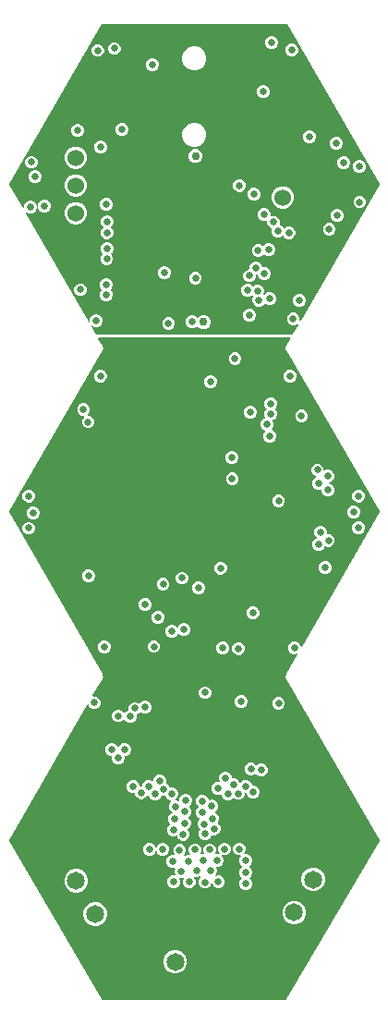
<source format=gbr>
G04 EAGLE Gerber RS-274X export*
G75*
%MOMM*%
%FSLAX34Y34*%
%LPD*%
%INCopper Layer 2*%
%IPPOS*%
%AMOC8*
5,1,8,0,0,1.08239X$1,22.5*%
G01*
%ADD10C,1.524000*%
%ADD11C,1.650000*%
%ADD12C,0.660400*%
%ADD13C,0.756400*%

G36*
X84246Y-446423D02*
X84246Y-446423D01*
X84257Y-446425D01*
X84355Y-446404D01*
X84455Y-446386D01*
X84465Y-446380D01*
X84476Y-446377D01*
X84561Y-446323D01*
X84649Y-446271D01*
X84656Y-446263D01*
X84665Y-446257D01*
X84783Y-446110D01*
X169499Y-300792D01*
X169504Y-300779D01*
X169513Y-300768D01*
X169542Y-300675D01*
X169576Y-300582D01*
X169576Y-300568D01*
X169580Y-300554D01*
X169576Y-300456D01*
X169575Y-300357D01*
X169570Y-300344D01*
X169569Y-300330D01*
X169501Y-300156D01*
X84462Y-152860D01*
X84415Y-152804D01*
X84375Y-152743D01*
X84339Y-152715D01*
X84317Y-152688D01*
X84279Y-152667D01*
X84228Y-152627D01*
X83994Y-152493D01*
X83790Y-151739D01*
X83771Y-151697D01*
X83727Y-151588D01*
X83337Y-150912D01*
X83407Y-150651D01*
X83413Y-150579D01*
X83428Y-150508D01*
X83423Y-150462D01*
X83425Y-150428D01*
X83414Y-150386D01*
X83406Y-150321D01*
X83336Y-150062D01*
X83724Y-149384D01*
X83740Y-149341D01*
X83787Y-149233D01*
X83989Y-148478D01*
X84222Y-148344D01*
X84278Y-148297D01*
X84339Y-148257D01*
X84367Y-148221D01*
X84394Y-148199D01*
X84415Y-148161D01*
X84455Y-148110D01*
X94692Y-130264D01*
X94698Y-130248D01*
X94709Y-130234D01*
X94736Y-130143D01*
X94768Y-130053D01*
X94768Y-130036D01*
X94773Y-130019D01*
X94766Y-129924D01*
X94765Y-129828D01*
X94759Y-129812D01*
X94758Y-129795D01*
X94719Y-129708D01*
X94684Y-129619D01*
X94673Y-129606D01*
X94666Y-129590D01*
X94599Y-129523D01*
X94536Y-129451D01*
X94520Y-129443D01*
X94508Y-129431D01*
X94422Y-129390D01*
X94338Y-129345D01*
X94321Y-129343D01*
X94305Y-129336D01*
X94210Y-129328D01*
X94116Y-129315D01*
X94099Y-129319D01*
X94081Y-129317D01*
X93900Y-129363D01*
X92856Y-129795D01*
X90532Y-129795D01*
X88384Y-128905D01*
X86741Y-127262D01*
X85851Y-125114D01*
X85851Y-122790D01*
X86741Y-120642D01*
X88384Y-118999D01*
X90532Y-118109D01*
X92856Y-118109D01*
X95004Y-118999D01*
X96647Y-120642D01*
X97537Y-122790D01*
X97537Y-122926D01*
X97547Y-122985D01*
X97548Y-123046D01*
X97567Y-123095D01*
X97576Y-123146D01*
X97607Y-123198D01*
X97629Y-123255D01*
X97664Y-123294D01*
X97691Y-123340D01*
X97737Y-123378D01*
X97778Y-123423D01*
X97824Y-123448D01*
X97865Y-123481D01*
X97922Y-123500D01*
X97975Y-123529D01*
X98028Y-123536D01*
X98077Y-123553D01*
X98138Y-123551D01*
X98198Y-123559D01*
X98249Y-123548D01*
X98302Y-123546D01*
X98357Y-123523D01*
X98417Y-123510D01*
X98461Y-123482D01*
X98509Y-123462D01*
X98554Y-123421D01*
X98605Y-123388D01*
X98643Y-123339D01*
X98675Y-123310D01*
X98691Y-123279D01*
X98721Y-123241D01*
X169510Y161D01*
X169514Y172D01*
X169521Y181D01*
X169552Y277D01*
X169586Y372D01*
X169585Y384D01*
X169589Y395D01*
X169584Y495D01*
X169583Y596D01*
X169578Y607D01*
X169578Y619D01*
X169509Y793D01*
X84459Y148109D01*
X84413Y148164D01*
X84374Y148224D01*
X84337Y148254D01*
X84314Y148280D01*
X84276Y148302D01*
X84227Y148341D01*
X83989Y148478D01*
X83788Y149228D01*
X83769Y149268D01*
X83725Y149381D01*
X83337Y150052D01*
X83408Y150318D01*
X83414Y150389D01*
X83429Y150460D01*
X83424Y150507D01*
X83427Y150541D01*
X83415Y150583D01*
X83408Y150646D01*
X83337Y150912D01*
X83725Y151583D01*
X83740Y151626D01*
X83788Y151736D01*
X83989Y152486D01*
X84227Y152623D01*
X84282Y152669D01*
X84342Y152708D01*
X84372Y152745D01*
X84398Y152768D01*
X84420Y152806D01*
X84459Y152855D01*
X87973Y158941D01*
X87975Y158947D01*
X87979Y158952D01*
X88013Y159052D01*
X88049Y159152D01*
X88048Y159158D01*
X88051Y159164D01*
X88047Y159270D01*
X88046Y159376D01*
X88044Y159382D01*
X88044Y159389D01*
X88004Y159486D01*
X87966Y159586D01*
X87962Y159591D01*
X87960Y159596D01*
X87888Y159675D01*
X87818Y159754D01*
X87812Y159757D01*
X87808Y159762D01*
X87713Y159811D01*
X87621Y159861D01*
X87614Y159862D01*
X87609Y159865D01*
X87423Y159892D01*
X-87423Y159892D01*
X-87429Y159891D01*
X-87436Y159892D01*
X-87540Y159871D01*
X-87644Y159853D01*
X-87649Y159849D01*
X-87656Y159848D01*
X-87746Y159792D01*
X-87837Y159738D01*
X-87841Y159734D01*
X-87847Y159730D01*
X-87912Y159647D01*
X-87979Y159564D01*
X-87981Y159558D01*
X-87985Y159553D01*
X-88017Y159452D01*
X-88051Y159352D01*
X-88050Y159345D01*
X-88052Y159339D01*
X-88047Y159233D01*
X-88044Y159127D01*
X-88042Y159122D01*
X-88041Y159115D01*
X-87973Y158941D01*
X-84459Y152855D01*
X-84413Y152800D01*
X-84374Y152740D01*
X-84337Y152710D01*
X-84314Y152684D01*
X-84276Y152662D01*
X-84227Y152623D01*
X-83989Y152486D01*
X-83788Y151736D01*
X-83769Y151696D01*
X-83725Y151583D01*
X-83337Y150912D01*
X-83408Y150646D01*
X-83414Y150575D01*
X-83429Y150504D01*
X-83424Y150457D01*
X-83427Y150423D01*
X-83415Y150381D01*
X-83408Y150318D01*
X-83337Y150052D01*
X-83725Y149381D01*
X-83740Y149338D01*
X-83788Y149228D01*
X-83989Y148478D01*
X-84227Y148341D01*
X-84282Y148295D01*
X-84342Y148256D01*
X-84372Y148219D01*
X-84398Y148196D01*
X-84420Y148158D01*
X-84459Y148109D01*
X-169509Y793D01*
X-169513Y782D01*
X-169520Y773D01*
X-169551Y677D01*
X-169585Y582D01*
X-169585Y570D01*
X-169589Y559D01*
X-169584Y459D01*
X-169583Y358D01*
X-169579Y347D01*
X-169578Y335D01*
X-169510Y161D01*
X-84455Y-148110D01*
X-84408Y-148166D01*
X-84369Y-148227D01*
X-84333Y-148256D01*
X-84311Y-148282D01*
X-84273Y-148304D01*
X-84222Y-148344D01*
X-83989Y-148478D01*
X-83787Y-149233D01*
X-83767Y-149274D01*
X-83724Y-149384D01*
X-83336Y-150062D01*
X-83406Y-150321D01*
X-83412Y-150394D01*
X-83428Y-150465D01*
X-83423Y-150511D01*
X-83426Y-150545D01*
X-83414Y-150587D01*
X-83407Y-150651D01*
X-83337Y-150912D01*
X-83727Y-151588D01*
X-83743Y-151631D01*
X-83790Y-151739D01*
X-83994Y-152493D01*
X-84228Y-152627D01*
X-84284Y-152674D01*
X-84345Y-152713D01*
X-84374Y-152749D01*
X-84400Y-152771D01*
X-84422Y-152809D01*
X-84462Y-152860D01*
X-93032Y-167704D01*
X-93034Y-167710D01*
X-93038Y-167715D01*
X-93072Y-167815D01*
X-93108Y-167915D01*
X-93108Y-167921D01*
X-93110Y-167927D01*
X-93107Y-168034D01*
X-93106Y-168139D01*
X-93103Y-168145D01*
X-93103Y-168152D01*
X-93064Y-168249D01*
X-93025Y-168349D01*
X-93021Y-168354D01*
X-93019Y-168359D01*
X-92947Y-168438D01*
X-92877Y-168517D01*
X-92872Y-168520D01*
X-92867Y-168525D01*
X-92773Y-168574D01*
X-92680Y-168624D01*
X-92673Y-168625D01*
X-92668Y-168628D01*
X-92482Y-168655D01*
X-90278Y-168655D01*
X-88130Y-169545D01*
X-86487Y-171188D01*
X-85597Y-173336D01*
X-85597Y-175660D01*
X-86487Y-177808D01*
X-88130Y-179451D01*
X-90278Y-180341D01*
X-92602Y-180341D01*
X-94750Y-179451D01*
X-96393Y-177808D01*
X-96934Y-176503D01*
X-96959Y-176463D01*
X-96977Y-176418D01*
X-97020Y-176369D01*
X-97055Y-176314D01*
X-97093Y-176285D01*
X-97125Y-176249D01*
X-97182Y-176219D01*
X-97234Y-176179D01*
X-97280Y-176166D01*
X-97322Y-176143D01*
X-97387Y-176134D01*
X-97449Y-176116D01*
X-97497Y-176119D01*
X-97544Y-176112D01*
X-97608Y-176126D01*
X-97673Y-176130D01*
X-97717Y-176150D01*
X-97764Y-176160D01*
X-97818Y-176196D01*
X-97878Y-176222D01*
X-97912Y-176256D01*
X-97952Y-176282D01*
X-98002Y-176345D01*
X-98038Y-176380D01*
X-98048Y-176403D01*
X-98069Y-176429D01*
X-169501Y-300156D01*
X-169505Y-300169D01*
X-169514Y-300180D01*
X-169543Y-300274D01*
X-169577Y-300367D01*
X-169577Y-300381D01*
X-169581Y-300394D01*
X-169575Y-300493D01*
X-169574Y-300591D01*
X-169569Y-300604D01*
X-169569Y-300618D01*
X-169499Y-300792D01*
X-84783Y-446110D01*
X-84775Y-446119D01*
X-84771Y-446129D01*
X-84703Y-446204D01*
X-84637Y-446281D01*
X-84627Y-446287D01*
X-84620Y-446295D01*
X-84529Y-446342D01*
X-84441Y-446391D01*
X-84430Y-446392D01*
X-84420Y-446398D01*
X-84235Y-446425D01*
X84235Y-446425D01*
X84246Y-446423D01*
G37*
G36*
X90075Y163198D02*
X90075Y163198D01*
X90088Y163196D01*
X90185Y163218D01*
X90284Y163235D01*
X90295Y163242D01*
X90307Y163245D01*
X90390Y163299D01*
X90477Y163350D01*
X90485Y163359D01*
X90495Y163366D01*
X90612Y163513D01*
X95301Y171635D01*
X95311Y171663D01*
X95329Y171688D01*
X95349Y171768D01*
X95377Y171846D01*
X95377Y171876D01*
X95385Y171905D01*
X95376Y171988D01*
X95375Y172071D01*
X95364Y172099D01*
X95361Y172128D01*
X95325Y172203D01*
X95295Y172280D01*
X95275Y172303D01*
X95262Y172330D01*
X95202Y172386D01*
X95147Y172449D01*
X95120Y172463D01*
X95099Y172483D01*
X95022Y172516D01*
X94949Y172555D01*
X94920Y172559D01*
X94892Y172571D01*
X94809Y172575D01*
X94727Y172586D01*
X94698Y172579D01*
X94668Y172581D01*
X94589Y172555D01*
X94508Y172538D01*
X94483Y172521D01*
X94454Y172512D01*
X94357Y172440D01*
X94319Y172416D01*
X94313Y172407D01*
X94304Y172401D01*
X93988Y172085D01*
X91840Y171195D01*
X89516Y171195D01*
X87368Y172085D01*
X85725Y173728D01*
X84835Y175876D01*
X84835Y178200D01*
X85725Y180348D01*
X87368Y181991D01*
X89516Y182881D01*
X91840Y182881D01*
X93988Y181991D01*
X95631Y180348D01*
X96521Y178200D01*
X96521Y176114D01*
X96531Y176056D01*
X96532Y175996D01*
X96551Y175946D01*
X96560Y175894D01*
X96591Y175842D01*
X96612Y175786D01*
X96647Y175746D01*
X96675Y175700D01*
X96721Y175663D01*
X96760Y175618D01*
X96807Y175593D01*
X96849Y175559D01*
X96905Y175540D01*
X96958Y175512D01*
X97011Y175504D01*
X97061Y175487D01*
X97121Y175489D01*
X97180Y175481D01*
X97232Y175492D01*
X97286Y175494D01*
X97341Y175516D01*
X97399Y175529D01*
X97444Y175558D01*
X97493Y175578D01*
X97537Y175618D01*
X97588Y175651D01*
X97627Y175700D01*
X97659Y175729D01*
X97675Y175760D01*
X97704Y175797D01*
X169506Y300165D01*
X169510Y300177D01*
X169518Y300187D01*
X169548Y300282D01*
X169582Y300376D01*
X169582Y300389D01*
X169586Y300401D01*
X169581Y300500D01*
X169580Y300600D01*
X169575Y300612D01*
X169575Y300625D01*
X169506Y300799D01*
X85028Y447124D01*
X85019Y447134D01*
X85015Y447145D01*
X84947Y447219D01*
X84883Y447296D01*
X84872Y447302D01*
X84863Y447311D01*
X84774Y447357D01*
X84687Y447406D01*
X84675Y447408D01*
X84664Y447414D01*
X84478Y447441D01*
X-84478Y447441D01*
X-84491Y447439D01*
X-84503Y447441D01*
X-84600Y447419D01*
X-84699Y447402D01*
X-84710Y447395D01*
X-84722Y447392D01*
X-84806Y447338D01*
X-84892Y447287D01*
X-84900Y447278D01*
X-84911Y447271D01*
X-85028Y447124D01*
X-169506Y300799D01*
X-169510Y300787D01*
X-169518Y300777D01*
X-169548Y300682D01*
X-169582Y300588D01*
X-169582Y300575D01*
X-169586Y300563D01*
X-169581Y300464D01*
X-169580Y300364D01*
X-169575Y300352D01*
X-169575Y300339D01*
X-169506Y300165D01*
X-157140Y278746D01*
X-157102Y278701D01*
X-157071Y278650D01*
X-157030Y278616D01*
X-156995Y278575D01*
X-156944Y278546D01*
X-156897Y278508D01*
X-156847Y278491D01*
X-156800Y278465D01*
X-156741Y278455D01*
X-156685Y278436D01*
X-156631Y278438D01*
X-156579Y278429D01*
X-156520Y278441D01*
X-156460Y278443D01*
X-156411Y278463D01*
X-156359Y278473D01*
X-156308Y278505D01*
X-156253Y278527D01*
X-156213Y278563D01*
X-156168Y278591D01*
X-156131Y278638D01*
X-156087Y278679D01*
X-156062Y278726D01*
X-156030Y278768D01*
X-156012Y278825D01*
X-155984Y278878D01*
X-155975Y278941D01*
X-155962Y278982D01*
X-155964Y279017D01*
X-155957Y279064D01*
X-155957Y280816D01*
X-155067Y282964D01*
X-153424Y284607D01*
X-151276Y285497D01*
X-148952Y285497D01*
X-146804Y284607D01*
X-145161Y282964D01*
X-144271Y280816D01*
X-144271Y278492D01*
X-145161Y276344D01*
X-146804Y274701D01*
X-148952Y273811D01*
X-151276Y273811D01*
X-153512Y274738D01*
X-153530Y274741D01*
X-153546Y274750D01*
X-153639Y274765D01*
X-153732Y274785D01*
X-153750Y274783D01*
X-153768Y274786D01*
X-153860Y274767D01*
X-153954Y274754D01*
X-153970Y274745D01*
X-153988Y274742D01*
X-154068Y274692D01*
X-154151Y274647D01*
X-154163Y274633D01*
X-154178Y274624D01*
X-154236Y274549D01*
X-154299Y274478D01*
X-154305Y274461D01*
X-154316Y274447D01*
X-154345Y274357D01*
X-154378Y274268D01*
X-154379Y274250D01*
X-154384Y274233D01*
X-154379Y274139D01*
X-154380Y274044D01*
X-154374Y274027D01*
X-154373Y274009D01*
X-154304Y273834D01*
X-96942Y174477D01*
X-96904Y174432D01*
X-96873Y174380D01*
X-96832Y174347D01*
X-96797Y174306D01*
X-96746Y174277D01*
X-96699Y174239D01*
X-96649Y174222D01*
X-96602Y174196D01*
X-96543Y174186D01*
X-96487Y174167D01*
X-96433Y174169D01*
X-96381Y174160D01*
X-96322Y174172D01*
X-96262Y174174D01*
X-96213Y174194D01*
X-96161Y174204D01*
X-96110Y174236D01*
X-96055Y174258D01*
X-96015Y174294D01*
X-95970Y174322D01*
X-95933Y174369D01*
X-95889Y174410D01*
X-95864Y174457D01*
X-95832Y174499D01*
X-95814Y174556D01*
X-95786Y174609D01*
X-95777Y174672D01*
X-95764Y174713D01*
X-95766Y174748D01*
X-95759Y174795D01*
X-95759Y176930D01*
X-94869Y179078D01*
X-93226Y180721D01*
X-91078Y181611D01*
X-88754Y181611D01*
X-86606Y180721D01*
X-84963Y179078D01*
X-84073Y176930D01*
X-84073Y174606D01*
X-84963Y172458D01*
X-86606Y170815D01*
X-88754Y169925D01*
X-91078Y169925D01*
X-93226Y170815D01*
X-93610Y171199D01*
X-93634Y171216D01*
X-93654Y171239D01*
X-93726Y171280D01*
X-93794Y171327D01*
X-93823Y171334D01*
X-93849Y171349D01*
X-93931Y171362D01*
X-94011Y171383D01*
X-94041Y171380D01*
X-94071Y171384D01*
X-94152Y171368D01*
X-94234Y171360D01*
X-94261Y171346D01*
X-94291Y171340D01*
X-94361Y171297D01*
X-94435Y171260D01*
X-94456Y171238D01*
X-94481Y171223D01*
X-94532Y171157D01*
X-94589Y171097D01*
X-94601Y171069D01*
X-94619Y171046D01*
X-94644Y170967D01*
X-94677Y170890D01*
X-94678Y170860D01*
X-94687Y170832D01*
X-94683Y170749D01*
X-94687Y170666D01*
X-94678Y170638D01*
X-94676Y170608D01*
X-94632Y170495D01*
X-94618Y170453D01*
X-94611Y170444D01*
X-94607Y170433D01*
X-90612Y163513D01*
X-90604Y163503D01*
X-90599Y163492D01*
X-90532Y163418D01*
X-90467Y163341D01*
X-90456Y163335D01*
X-90448Y163326D01*
X-90359Y163280D01*
X-90272Y163231D01*
X-90259Y163229D01*
X-90248Y163223D01*
X-90063Y163196D01*
X90063Y163196D01*
X90075Y163198D01*
G37*
%LPC*%
G36*
X8490Y-344679D02*
X8490Y-344679D01*
X6342Y-343789D01*
X4699Y-342146D01*
X3809Y-339998D01*
X3809Y-337674D01*
X4699Y-335526D01*
X5662Y-334563D01*
X5719Y-334481D01*
X5780Y-334400D01*
X5783Y-334389D01*
X5790Y-334379D01*
X5815Y-334283D01*
X5844Y-334185D01*
X5843Y-334173D01*
X5846Y-334162D01*
X5835Y-334062D01*
X5829Y-333961D01*
X5824Y-333951D01*
X5823Y-333939D01*
X5778Y-333849D01*
X5737Y-333757D01*
X5728Y-333748D01*
X5723Y-333738D01*
X5650Y-333668D01*
X5579Y-333597D01*
X5569Y-333592D01*
X5560Y-333584D01*
X5467Y-333544D01*
X5376Y-333502D01*
X5364Y-333501D01*
X5353Y-333496D01*
X5253Y-333492D01*
X5152Y-333484D01*
X5140Y-333487D01*
X5129Y-333486D01*
X5086Y-333500D01*
X4971Y-333529D01*
X3194Y-334265D01*
X870Y-334265D01*
X828Y-334247D01*
X730Y-334226D01*
X632Y-334201D01*
X620Y-334202D01*
X609Y-334199D01*
X509Y-334214D01*
X409Y-334224D01*
X398Y-334229D01*
X387Y-334231D01*
X298Y-334279D01*
X208Y-334324D01*
X200Y-334332D01*
X189Y-334338D01*
X123Y-334414D01*
X54Y-334487D01*
X49Y-334498D01*
X41Y-334507D01*
X6Y-334601D01*
X-34Y-334693D01*
X-34Y-334705D01*
X-38Y-334716D01*
X-39Y-334817D01*
X-44Y-334918D01*
X-40Y-334929D01*
X-40Y-334941D01*
X-6Y-335035D01*
X25Y-335131D01*
X33Y-335142D01*
X37Y-335152D01*
X66Y-335186D01*
X124Y-335265D01*
X1017Y-337420D01*
X1017Y-339744D01*
X127Y-341892D01*
X-1516Y-343535D01*
X-3664Y-344425D01*
X-5988Y-344425D01*
X-8136Y-343535D01*
X-9779Y-341892D01*
X-10669Y-339744D01*
X-10669Y-337420D01*
X-9856Y-335459D01*
X-9837Y-335372D01*
X-9812Y-335286D01*
X-9814Y-335263D01*
X-9809Y-335239D01*
X-9821Y-335151D01*
X-9827Y-335062D01*
X-9837Y-335041D01*
X-9840Y-335017D01*
X-9882Y-334939D01*
X-9919Y-334858D01*
X-9936Y-334841D01*
X-9947Y-334820D01*
X-10014Y-334761D01*
X-10076Y-334698D01*
X-10098Y-334688D01*
X-10116Y-334672D01*
X-10199Y-334641D01*
X-10280Y-334603D01*
X-10303Y-334601D01*
X-10325Y-334593D01*
X-10415Y-334592D01*
X-10503Y-334585D01*
X-10529Y-334591D01*
X-10550Y-334591D01*
X-10597Y-334608D01*
X-10685Y-334630D01*
X-11030Y-334773D01*
X-13355Y-334773D01*
X-13431Y-334786D01*
X-13508Y-334792D01*
X-13540Y-334806D01*
X-13575Y-334812D01*
X-13642Y-334852D01*
X-13713Y-334884D01*
X-13738Y-334908D01*
X-13769Y-334927D01*
X-13817Y-334987D01*
X-13872Y-335041D01*
X-13888Y-335073D01*
X-13910Y-335101D01*
X-13935Y-335174D01*
X-13968Y-335244D01*
X-13970Y-335280D01*
X-13982Y-335313D01*
X-13980Y-335391D01*
X-13986Y-335468D01*
X-13976Y-335507D01*
X-13975Y-335538D01*
X-13958Y-335581D01*
X-13940Y-335650D01*
X-13207Y-337420D01*
X-13207Y-339744D01*
X-14097Y-341892D01*
X-15740Y-343535D01*
X-17888Y-344425D01*
X-20212Y-344425D01*
X-22360Y-343535D01*
X-24003Y-341892D01*
X-24893Y-339744D01*
X-24893Y-337420D01*
X-24003Y-335272D01*
X-22360Y-333629D01*
X-20212Y-332739D01*
X-17887Y-332739D01*
X-17811Y-332726D01*
X-17734Y-332720D01*
X-17702Y-332706D01*
X-17667Y-332700D01*
X-17600Y-332660D01*
X-17529Y-332628D01*
X-17504Y-332604D01*
X-17473Y-332585D01*
X-17425Y-332525D01*
X-17370Y-332471D01*
X-17354Y-332439D01*
X-17332Y-332411D01*
X-17307Y-332338D01*
X-17274Y-332268D01*
X-17272Y-332232D01*
X-17260Y-332199D01*
X-17262Y-332121D01*
X-17256Y-332044D01*
X-17266Y-332005D01*
X-17267Y-331974D01*
X-17284Y-331931D01*
X-17302Y-331862D01*
X-18035Y-330092D01*
X-18035Y-327768D01*
X-17603Y-326726D01*
X-17584Y-326640D01*
X-17559Y-326554D01*
X-17561Y-326530D01*
X-17556Y-326507D01*
X-17568Y-326419D01*
X-17574Y-326330D01*
X-17584Y-326309D01*
X-17587Y-326285D01*
X-17629Y-326207D01*
X-17666Y-326125D01*
X-17683Y-326109D01*
X-17694Y-326088D01*
X-17761Y-326029D01*
X-17823Y-325966D01*
X-17845Y-325956D01*
X-17863Y-325940D01*
X-17946Y-325908D01*
X-18027Y-325871D01*
X-18050Y-325869D01*
X-18072Y-325860D01*
X-18162Y-325860D01*
X-18250Y-325852D01*
X-18276Y-325859D01*
X-18297Y-325859D01*
X-18344Y-325876D01*
X-18372Y-325883D01*
X-20720Y-325883D01*
X-22868Y-324993D01*
X-24511Y-323350D01*
X-25401Y-321202D01*
X-25401Y-318878D01*
X-24511Y-316730D01*
X-22868Y-315087D01*
X-20720Y-314197D01*
X-18685Y-314197D01*
X-18597Y-314182D01*
X-18509Y-314172D01*
X-18487Y-314162D01*
X-18464Y-314158D01*
X-18387Y-314112D01*
X-18307Y-314073D01*
X-18291Y-314056D01*
X-18271Y-314043D01*
X-18215Y-313974D01*
X-18154Y-313910D01*
X-18144Y-313888D01*
X-18129Y-313869D01*
X-18101Y-313785D01*
X-18066Y-313703D01*
X-18065Y-313679D01*
X-18058Y-313657D01*
X-18060Y-313568D01*
X-18056Y-313479D01*
X-18063Y-313456D01*
X-18064Y-313432D01*
X-18098Y-313350D01*
X-18125Y-313265D01*
X-18141Y-313244D01*
X-18148Y-313225D01*
X-18182Y-313187D01*
X-18236Y-313115D01*
X-18415Y-312936D01*
X-19305Y-310788D01*
X-19305Y-308464D01*
X-18415Y-306316D01*
X-16772Y-304673D01*
X-14624Y-303783D01*
X-12300Y-303783D01*
X-10152Y-304673D01*
X-8509Y-306316D01*
X-7619Y-308464D01*
X-7619Y-310788D01*
X-8509Y-312936D01*
X-9397Y-313824D01*
X-9455Y-313907D01*
X-9515Y-313987D01*
X-9519Y-313999D01*
X-9525Y-314008D01*
X-9550Y-314106D01*
X-9579Y-314202D01*
X-9578Y-314214D01*
X-9581Y-314226D01*
X-9571Y-314325D01*
X-9564Y-314426D01*
X-9559Y-314437D01*
X-9558Y-314449D01*
X-9514Y-314539D01*
X-9472Y-314631D01*
X-9464Y-314639D01*
X-9459Y-314650D01*
X-9386Y-314719D01*
X-9315Y-314791D01*
X-9304Y-314796D01*
X-9295Y-314804D01*
X-9203Y-314843D01*
X-9112Y-314886D01*
X-9100Y-314887D01*
X-9089Y-314891D01*
X-8988Y-314896D01*
X-8888Y-314904D01*
X-8875Y-314901D01*
X-8865Y-314901D01*
X-8821Y-314887D01*
X-8706Y-314859D01*
X-6496Y-313943D01*
X-4207Y-313943D01*
X-4119Y-313928D01*
X-4031Y-313918D01*
X-4009Y-313908D01*
X-3986Y-313904D01*
X-3909Y-313858D01*
X-3829Y-313819D01*
X-3813Y-313802D01*
X-3793Y-313789D01*
X-3737Y-313720D01*
X-3676Y-313656D01*
X-3666Y-313634D01*
X-3651Y-313615D01*
X-3623Y-313531D01*
X-3588Y-313449D01*
X-3587Y-313425D01*
X-3580Y-313403D01*
X-3582Y-313314D01*
X-3578Y-313225D01*
X-3585Y-313202D01*
X-3586Y-313178D01*
X-3620Y-313096D01*
X-3647Y-313011D01*
X-3663Y-312990D01*
X-3670Y-312971D01*
X-3704Y-312933D01*
X-3758Y-312861D01*
X-4191Y-312428D01*
X-5081Y-310280D01*
X-5081Y-307956D01*
X-4191Y-305808D01*
X-2548Y-304165D01*
X-400Y-303275D01*
X1924Y-303275D01*
X4072Y-304165D01*
X5715Y-305808D01*
X6605Y-307956D01*
X6605Y-310280D01*
X5684Y-312503D01*
X5681Y-312507D01*
X5678Y-312517D01*
X5672Y-312526D01*
X5667Y-312544D01*
X5666Y-312547D01*
X5646Y-312625D01*
X5617Y-312722D01*
X5618Y-312733D01*
X5615Y-312743D01*
X5625Y-312845D01*
X5632Y-312946D01*
X5637Y-312956D01*
X5638Y-312967D01*
X5683Y-313058D01*
X5724Y-313150D01*
X5732Y-313158D01*
X5737Y-313168D01*
X5810Y-313238D01*
X5882Y-313310D01*
X5891Y-313315D01*
X5899Y-313322D01*
X5993Y-313362D01*
X6085Y-313405D01*
X6096Y-313406D01*
X6106Y-313411D01*
X6208Y-313415D01*
X6308Y-313424D01*
X6320Y-313421D01*
X6330Y-313421D01*
X6359Y-313412D01*
X6360Y-313412D01*
X6372Y-313408D01*
X6490Y-313378D01*
X6966Y-313181D01*
X8634Y-313181D01*
X8710Y-313168D01*
X8787Y-313162D01*
X8820Y-313148D01*
X8855Y-313142D01*
X8921Y-313102D01*
X8992Y-313070D01*
X9017Y-313046D01*
X9048Y-313027D01*
X9097Y-312967D01*
X9152Y-312913D01*
X9167Y-312881D01*
X9189Y-312853D01*
X9214Y-312780D01*
X9247Y-312710D01*
X9250Y-312674D01*
X9261Y-312641D01*
X9259Y-312563D01*
X9265Y-312486D01*
X9255Y-312447D01*
X9254Y-312416D01*
X9237Y-312373D01*
X9220Y-312304D01*
X8381Y-310280D01*
X8381Y-307956D01*
X9271Y-305808D01*
X10914Y-304165D01*
X13062Y-303275D01*
X15386Y-303275D01*
X17534Y-304165D01*
X19177Y-305808D01*
X20067Y-307956D01*
X20067Y-310280D01*
X19228Y-312304D01*
X19212Y-312380D01*
X19187Y-312453D01*
X19188Y-312489D01*
X19180Y-312523D01*
X19191Y-312600D01*
X19194Y-312678D01*
X19207Y-312710D01*
X19212Y-312746D01*
X19249Y-312814D01*
X19278Y-312885D01*
X19302Y-312912D01*
X19319Y-312943D01*
X19377Y-312994D01*
X19429Y-313051D01*
X19461Y-313067D01*
X19488Y-313091D01*
X19560Y-313118D01*
X19629Y-313154D01*
X19669Y-313160D01*
X19697Y-313170D01*
X19744Y-313171D01*
X19814Y-313181D01*
X22244Y-313181D01*
X22720Y-313378D01*
X22818Y-313400D01*
X22916Y-313425D01*
X22927Y-313424D01*
X22939Y-313426D01*
X23039Y-313412D01*
X23139Y-313402D01*
X23149Y-313396D01*
X23161Y-313395D01*
X23250Y-313347D01*
X23340Y-313302D01*
X23348Y-313293D01*
X23358Y-313288D01*
X23425Y-313212D01*
X23494Y-313139D01*
X23498Y-313128D01*
X23506Y-313119D01*
X23542Y-313025D01*
X23581Y-312932D01*
X23582Y-312920D01*
X23586Y-312909D01*
X23587Y-312808D01*
X23591Y-312708D01*
X23587Y-312697D01*
X23588Y-312685D01*
X23553Y-312590D01*
X23522Y-312494D01*
X23515Y-312484D01*
X23511Y-312474D01*
X23481Y-312439D01*
X23411Y-312344D01*
X22733Y-311666D01*
X21843Y-309518D01*
X21843Y-307194D01*
X22733Y-305046D01*
X24376Y-303403D01*
X26524Y-302513D01*
X28848Y-302513D01*
X30996Y-303403D01*
X32639Y-305046D01*
X33529Y-307194D01*
X33529Y-309518D01*
X32639Y-311666D01*
X30996Y-313309D01*
X28848Y-314199D01*
X26524Y-314199D01*
X26048Y-314002D01*
X25950Y-313980D01*
X25852Y-313955D01*
X25841Y-313956D01*
X25829Y-313954D01*
X25729Y-313968D01*
X25629Y-313978D01*
X25619Y-313984D01*
X25607Y-313985D01*
X25518Y-314033D01*
X25428Y-314078D01*
X25420Y-314087D01*
X25410Y-314092D01*
X25343Y-314168D01*
X25274Y-314241D01*
X25270Y-314252D01*
X25262Y-314261D01*
X25226Y-314355D01*
X25187Y-314448D01*
X25186Y-314460D01*
X25182Y-314471D01*
X25181Y-314572D01*
X25177Y-314672D01*
X25181Y-314683D01*
X25180Y-314695D01*
X25215Y-314790D01*
X25246Y-314886D01*
X25253Y-314896D01*
X25257Y-314906D01*
X25287Y-314941D01*
X25357Y-315036D01*
X26035Y-315714D01*
X26925Y-317862D01*
X26925Y-320186D01*
X26035Y-322334D01*
X24392Y-323977D01*
X22244Y-324867D01*
X20892Y-324867D01*
X20816Y-324880D01*
X20738Y-324886D01*
X20706Y-324900D01*
X20671Y-324906D01*
X20604Y-324946D01*
X20534Y-324978D01*
X20508Y-325002D01*
X20478Y-325021D01*
X20429Y-325081D01*
X20374Y-325135D01*
X20359Y-325167D01*
X20336Y-325195D01*
X20312Y-325268D01*
X20279Y-325338D01*
X20276Y-325374D01*
X20265Y-325407D01*
X20267Y-325485D01*
X20261Y-325562D01*
X20270Y-325601D01*
X20271Y-325632D01*
X20289Y-325675D01*
X20306Y-325744D01*
X20829Y-327006D01*
X20829Y-329330D01*
X19939Y-331478D01*
X19335Y-332081D01*
X19278Y-332164D01*
X19218Y-332244D01*
X19214Y-332256D01*
X19207Y-332266D01*
X19182Y-332363D01*
X19154Y-332460D01*
X19154Y-332471D01*
X19151Y-332483D01*
X19162Y-332583D01*
X19168Y-332683D01*
X19173Y-332694D01*
X19175Y-332706D01*
X19219Y-332796D01*
X19260Y-332888D01*
X19269Y-332897D01*
X19274Y-332907D01*
X19347Y-332976D01*
X19418Y-333048D01*
X19429Y-333053D01*
X19437Y-333061D01*
X19530Y-333100D01*
X19621Y-333143D01*
X19633Y-333144D01*
X19644Y-333149D01*
X19745Y-333153D01*
X19845Y-333161D01*
X19857Y-333158D01*
X19868Y-333159D01*
X19912Y-333145D01*
X20027Y-333116D01*
X20936Y-332739D01*
X23260Y-332739D01*
X25408Y-333629D01*
X27051Y-335272D01*
X27941Y-337420D01*
X27941Y-339744D01*
X27051Y-341892D01*
X25408Y-343535D01*
X23260Y-344425D01*
X20936Y-344425D01*
X18788Y-343535D01*
X17145Y-341892D01*
X16514Y-340368D01*
X16466Y-340293D01*
X16423Y-340215D01*
X16405Y-340199D01*
X16392Y-340179D01*
X16321Y-340126D01*
X16254Y-340067D01*
X16232Y-340058D01*
X16213Y-340044D01*
X16128Y-340019D01*
X16045Y-339987D01*
X16021Y-339987D01*
X15998Y-339980D01*
X15909Y-339986D01*
X15820Y-339985D01*
X15798Y-339993D01*
X15774Y-339995D01*
X15693Y-340032D01*
X15609Y-340062D01*
X15591Y-340077D01*
X15569Y-340087D01*
X15506Y-340149D01*
X15438Y-340207D01*
X15425Y-340230D01*
X15410Y-340244D01*
X15388Y-340290D01*
X15342Y-340368D01*
X14605Y-342146D01*
X12962Y-343789D01*
X10814Y-344679D01*
X8490Y-344679D01*
G37*
%LPD*%
%LPC*%
G36*
X-11322Y-300737D02*
X-11322Y-300737D01*
X-13470Y-299847D01*
X-15113Y-298204D01*
X-15818Y-296502D01*
X-15854Y-296447D01*
X-15881Y-296387D01*
X-15914Y-296353D01*
X-15939Y-296313D01*
X-15992Y-296273D01*
X-16038Y-296227D01*
X-16081Y-296207D01*
X-16119Y-296178D01*
X-16182Y-296159D01*
X-16241Y-296132D01*
X-16288Y-296128D01*
X-16334Y-296114D01*
X-16399Y-296119D01*
X-16465Y-296113D01*
X-16518Y-296127D01*
X-16558Y-296129D01*
X-16593Y-296145D01*
X-16647Y-296159D01*
X-17888Y-296673D01*
X-20212Y-296673D01*
X-22360Y-295783D01*
X-24003Y-294140D01*
X-24893Y-291992D01*
X-24893Y-289668D01*
X-24003Y-287520D01*
X-22360Y-285877D01*
X-22339Y-285868D01*
X-22274Y-285826D01*
X-22204Y-285792D01*
X-22180Y-285766D01*
X-22150Y-285747D01*
X-22104Y-285685D01*
X-22050Y-285629D01*
X-22037Y-285596D01*
X-22015Y-285568D01*
X-21993Y-285493D01*
X-21963Y-285422D01*
X-21961Y-285387D01*
X-21951Y-285353D01*
X-21956Y-285275D01*
X-21953Y-285198D01*
X-21964Y-285164D01*
X-21966Y-285129D01*
X-21998Y-285058D01*
X-22022Y-284984D01*
X-22046Y-284952D01*
X-22058Y-284924D01*
X-22091Y-284891D01*
X-22133Y-284834D01*
X-22733Y-284234D01*
X-23623Y-282086D01*
X-23623Y-279762D01*
X-22733Y-277614D01*
X-21090Y-275971D01*
X-20538Y-275742D01*
X-20463Y-275694D01*
X-20385Y-275652D01*
X-20369Y-275634D01*
X-20349Y-275621D01*
X-20296Y-275550D01*
X-20237Y-275483D01*
X-20229Y-275461D01*
X-20215Y-275442D01*
X-20189Y-275356D01*
X-20158Y-275273D01*
X-20157Y-275250D01*
X-20151Y-275227D01*
X-20157Y-275138D01*
X-20156Y-275049D01*
X-20164Y-275027D01*
X-20166Y-275003D01*
X-20202Y-274922D01*
X-20232Y-274838D01*
X-20248Y-274820D01*
X-20257Y-274798D01*
X-20320Y-274735D01*
X-20378Y-274667D01*
X-20400Y-274653D01*
X-20415Y-274638D01*
X-20461Y-274617D01*
X-20538Y-274570D01*
X-20836Y-274447D01*
X-22479Y-272804D01*
X-23369Y-270656D01*
X-23369Y-268332D01*
X-22479Y-266184D01*
X-21284Y-264989D01*
X-21233Y-264916D01*
X-21177Y-264847D01*
X-21170Y-264825D01*
X-21156Y-264805D01*
X-21134Y-264719D01*
X-21106Y-264635D01*
X-21106Y-264611D01*
X-21100Y-264588D01*
X-21110Y-264499D01*
X-21112Y-264410D01*
X-21121Y-264388D01*
X-21124Y-264365D01*
X-21163Y-264285D01*
X-21196Y-264203D01*
X-21212Y-264185D01*
X-21223Y-264164D01*
X-21288Y-264103D01*
X-21348Y-264037D01*
X-21369Y-264026D01*
X-21386Y-264010D01*
X-21468Y-263975D01*
X-21547Y-263934D01*
X-21574Y-263931D01*
X-21593Y-263922D01*
X-21643Y-263920D01*
X-21733Y-263907D01*
X-21736Y-263907D01*
X-23884Y-263017D01*
X-25527Y-261374D01*
X-26263Y-259598D01*
X-26298Y-259542D01*
X-26325Y-259482D01*
X-26359Y-259448D01*
X-26384Y-259409D01*
X-26437Y-259369D01*
X-26483Y-259322D01*
X-26526Y-259302D01*
X-26563Y-259274D01*
X-26627Y-259255D01*
X-26686Y-259227D01*
X-26733Y-259223D01*
X-26778Y-259210D01*
X-26844Y-259214D01*
X-26910Y-259209D01*
X-26963Y-259222D01*
X-27002Y-259225D01*
X-27038Y-259241D01*
X-27092Y-259254D01*
X-27286Y-259335D01*
X-29592Y-259335D01*
X-29646Y-259344D01*
X-29700Y-259344D01*
X-29755Y-259364D01*
X-29813Y-259374D01*
X-29860Y-259402D01*
X-29911Y-259420D01*
X-29956Y-259459D01*
X-30006Y-259489D01*
X-30041Y-259531D01*
X-30082Y-259566D01*
X-30119Y-259627D01*
X-30148Y-259663D01*
X-30158Y-259692D01*
X-30178Y-259726D01*
X-30861Y-261374D01*
X-32504Y-263017D01*
X-34652Y-263907D01*
X-36976Y-263907D01*
X-39124Y-263017D01*
X-40767Y-261374D01*
X-41657Y-259226D01*
X-41657Y-258695D01*
X-41675Y-258596D01*
X-41689Y-258497D01*
X-41694Y-258486D01*
X-41696Y-258475D01*
X-41748Y-258388D01*
X-41795Y-258300D01*
X-41804Y-258292D01*
X-41811Y-258281D01*
X-41888Y-258218D01*
X-41964Y-258152D01*
X-41976Y-258148D01*
X-41985Y-258140D01*
X-42080Y-258108D01*
X-42174Y-258072D01*
X-42186Y-258072D01*
X-42197Y-258068D01*
X-42297Y-258071D01*
X-42398Y-258070D01*
X-42410Y-258074D01*
X-42422Y-258075D01*
X-42514Y-258112D01*
X-42609Y-258147D01*
X-42618Y-258155D01*
X-42629Y-258159D01*
X-42704Y-258227D01*
X-42780Y-258292D01*
X-42787Y-258303D01*
X-42795Y-258310D01*
X-42816Y-258351D01*
X-42877Y-258453D01*
X-43561Y-260104D01*
X-45204Y-261747D01*
X-47352Y-262637D01*
X-49676Y-262637D01*
X-51824Y-261747D01*
X-53467Y-260104D01*
X-54357Y-257956D01*
X-54357Y-257683D01*
X-54368Y-257618D01*
X-54370Y-257552D01*
X-54388Y-257509D01*
X-54396Y-257462D01*
X-54430Y-257405D01*
X-54455Y-257345D01*
X-54486Y-257310D01*
X-54511Y-257269D01*
X-54562Y-257227D01*
X-54606Y-257179D01*
X-54648Y-257157D01*
X-54685Y-257128D01*
X-54747Y-257107D01*
X-54806Y-257076D01*
X-54860Y-257068D01*
X-54897Y-257056D01*
X-54937Y-257057D01*
X-54991Y-257049D01*
X-57042Y-257049D01*
X-59190Y-256159D01*
X-60833Y-254516D01*
X-61723Y-252368D01*
X-61723Y-250044D01*
X-60833Y-247896D01*
X-59190Y-246253D01*
X-57042Y-245363D01*
X-54718Y-245363D01*
X-52570Y-246253D01*
X-50927Y-247896D01*
X-50037Y-250044D01*
X-50037Y-250317D01*
X-50026Y-250382D01*
X-50024Y-250448D01*
X-50006Y-250491D01*
X-49998Y-250538D01*
X-49964Y-250595D01*
X-49939Y-250655D01*
X-49908Y-250690D01*
X-49883Y-250731D01*
X-49832Y-250773D01*
X-49788Y-250821D01*
X-49746Y-250843D01*
X-49709Y-250872D01*
X-49647Y-250893D01*
X-49588Y-250924D01*
X-49534Y-250932D01*
X-49497Y-250944D01*
X-49457Y-250943D01*
X-49403Y-250951D01*
X-48387Y-250951D01*
X-48322Y-250940D01*
X-48256Y-250938D01*
X-48213Y-250920D01*
X-48166Y-250912D01*
X-48109Y-250878D01*
X-48049Y-250853D01*
X-48014Y-250822D01*
X-47973Y-250797D01*
X-47931Y-250746D01*
X-47883Y-250702D01*
X-47861Y-250660D01*
X-47832Y-250623D01*
X-47811Y-250561D01*
X-47780Y-250502D01*
X-47772Y-250448D01*
X-47760Y-250411D01*
X-47761Y-250371D01*
X-47753Y-250317D01*
X-47753Y-250044D01*
X-46863Y-247896D01*
X-45220Y-246253D01*
X-43072Y-245363D01*
X-40748Y-245363D01*
X-38543Y-246276D01*
X-38533Y-246285D01*
X-38511Y-246292D01*
X-38492Y-246305D01*
X-38405Y-246328D01*
X-38321Y-246356D01*
X-38297Y-246356D01*
X-38275Y-246362D01*
X-38185Y-246352D01*
X-38096Y-246350D01*
X-38075Y-246341D01*
X-38051Y-246339D01*
X-37971Y-246299D01*
X-37889Y-246266D01*
X-37871Y-246250D01*
X-37850Y-246239D01*
X-37789Y-246174D01*
X-37723Y-246114D01*
X-37712Y-246093D01*
X-37696Y-246076D01*
X-37661Y-245994D01*
X-37620Y-245915D01*
X-37617Y-245889D01*
X-37609Y-245870D01*
X-37606Y-245819D01*
X-37593Y-245729D01*
X-37593Y-244964D01*
X-36703Y-242816D01*
X-35060Y-241173D01*
X-32912Y-240283D01*
X-30588Y-240283D01*
X-28440Y-241173D01*
X-26797Y-242816D01*
X-25907Y-244964D01*
X-25907Y-247288D01*
X-25994Y-247498D01*
X-26008Y-247562D01*
X-26032Y-247624D01*
X-26032Y-247671D01*
X-26042Y-247717D01*
X-26033Y-247782D01*
X-26033Y-247848D01*
X-26017Y-247892D01*
X-26010Y-247939D01*
X-25979Y-247997D01*
X-25957Y-248059D01*
X-25926Y-248095D01*
X-25904Y-248136D01*
X-25854Y-248180D01*
X-25812Y-248230D01*
X-25764Y-248258D01*
X-25735Y-248284D01*
X-25698Y-248298D01*
X-25651Y-248326D01*
X-25138Y-248539D01*
X-23495Y-250182D01*
X-22759Y-251958D01*
X-22730Y-252004D01*
X-22712Y-252049D01*
X-22704Y-252057D01*
X-22697Y-252074D01*
X-22663Y-252108D01*
X-22638Y-252147D01*
X-22586Y-252186D01*
X-22560Y-252215D01*
X-22556Y-252217D01*
X-22539Y-252234D01*
X-22496Y-252254D01*
X-22459Y-252282D01*
X-22395Y-252301D01*
X-22336Y-252329D01*
X-22289Y-252333D01*
X-22244Y-252346D01*
X-22190Y-252343D01*
X-22175Y-252345D01*
X-22160Y-252345D01*
X-22154Y-252344D01*
X-22112Y-252347D01*
X-22059Y-252334D01*
X-22020Y-252331D01*
X-21984Y-252315D01*
X-21955Y-252308D01*
X-21940Y-252305D01*
X-21936Y-252303D01*
X-21930Y-252302D01*
X-21736Y-252221D01*
X-19412Y-252221D01*
X-17264Y-253111D01*
X-15621Y-254754D01*
X-14731Y-256902D01*
X-14731Y-259226D01*
X-15621Y-261374D01*
X-16816Y-262569D01*
X-16867Y-262642D01*
X-16923Y-262711D01*
X-16930Y-262733D01*
X-16944Y-262753D01*
X-16966Y-262839D01*
X-16994Y-262923D01*
X-16994Y-262947D01*
X-17000Y-262970D01*
X-16990Y-263059D01*
X-16988Y-263148D01*
X-16979Y-263170D01*
X-16976Y-263193D01*
X-16937Y-263273D01*
X-16904Y-263355D01*
X-16888Y-263373D01*
X-16877Y-263394D01*
X-16812Y-263455D01*
X-16752Y-263521D01*
X-16731Y-263532D01*
X-16714Y-263548D01*
X-16632Y-263583D01*
X-16553Y-263624D01*
X-16526Y-263627D01*
X-16507Y-263636D01*
X-16457Y-263638D01*
X-16367Y-263651D01*
X-16364Y-263651D01*
X-14594Y-264384D01*
X-14518Y-264401D01*
X-14445Y-264426D01*
X-14409Y-264425D01*
X-14375Y-264432D01*
X-14298Y-264421D01*
X-14220Y-264419D01*
X-14188Y-264406D01*
X-14152Y-264401D01*
X-14084Y-264364D01*
X-14013Y-264335D01*
X-13986Y-264311D01*
X-13955Y-264294D01*
X-13904Y-264236D01*
X-13847Y-264183D01*
X-13831Y-264152D01*
X-13807Y-264125D01*
X-13780Y-264053D01*
X-13744Y-263984D01*
X-13738Y-263944D01*
X-13728Y-263915D01*
X-13727Y-263869D01*
X-13726Y-263863D01*
X-13724Y-263855D01*
X-13724Y-263847D01*
X-13717Y-263799D01*
X-13717Y-262744D01*
X-12827Y-260596D01*
X-11184Y-258953D01*
X-9036Y-258063D01*
X-6712Y-258063D01*
X-4564Y-258953D01*
X-2921Y-260596D01*
X-2031Y-262744D01*
X-2031Y-265068D01*
X-2921Y-267216D01*
X-4624Y-268918D01*
X-4661Y-268973D01*
X-4706Y-269020D01*
X-4725Y-269064D01*
X-4752Y-269103D01*
X-4768Y-269166D01*
X-4794Y-269227D01*
X-4796Y-269274D01*
X-4808Y-269320D01*
X-4801Y-269385D01*
X-4804Y-269451D01*
X-4789Y-269496D01*
X-4784Y-269543D01*
X-4755Y-269602D01*
X-4735Y-269665D01*
X-4702Y-269709D01*
X-4685Y-269744D01*
X-4656Y-269771D01*
X-4624Y-269815D01*
X-3429Y-271010D01*
X-2539Y-273158D01*
X-2539Y-275482D01*
X-3429Y-277630D01*
X-5132Y-279332D01*
X-5169Y-279387D01*
X-5214Y-279434D01*
X-5233Y-279478D01*
X-5260Y-279517D01*
X-5276Y-279580D01*
X-5302Y-279641D01*
X-5304Y-279688D01*
X-5316Y-279734D01*
X-5309Y-279799D01*
X-5312Y-279865D01*
X-5297Y-279910D01*
X-5292Y-279957D01*
X-5263Y-280016D01*
X-5243Y-280079D01*
X-5210Y-280123D01*
X-5193Y-280158D01*
X-5164Y-280185D01*
X-5132Y-280229D01*
X-3937Y-281424D01*
X-3047Y-283572D01*
X-3047Y-285896D01*
X-3937Y-288044D01*
X-5580Y-289687D01*
X-5781Y-289770D01*
X-5846Y-289812D01*
X-5915Y-289846D01*
X-5940Y-289872D01*
X-5970Y-289891D01*
X-6016Y-289953D01*
X-6069Y-290010D01*
X-6083Y-290042D01*
X-6104Y-290071D01*
X-6126Y-290145D01*
X-6157Y-290216D01*
X-6158Y-290252D01*
X-6168Y-290286D01*
X-6163Y-290363D01*
X-6167Y-290440D01*
X-6156Y-290474D01*
X-6153Y-290510D01*
X-6122Y-290580D01*
X-6098Y-290654D01*
X-6074Y-290686D01*
X-6061Y-290714D01*
X-6029Y-290747D01*
X-5986Y-290805D01*
X-5207Y-291584D01*
X-4317Y-293732D01*
X-4317Y-296056D01*
X-5207Y-298204D01*
X-6850Y-299847D01*
X-8998Y-300737D01*
X-11322Y-300737D01*
G37*
%LPD*%
%LPC*%
G36*
X29572Y-263653D02*
X29572Y-263653D01*
X27424Y-262763D01*
X25781Y-261120D01*
X24891Y-258972D01*
X24891Y-258890D01*
X24878Y-258814D01*
X24872Y-258736D01*
X24858Y-258704D01*
X24852Y-258669D01*
X24812Y-258602D01*
X24780Y-258532D01*
X24756Y-258506D01*
X24737Y-258476D01*
X24677Y-258427D01*
X24623Y-258372D01*
X24591Y-258357D01*
X24563Y-258334D01*
X24490Y-258310D01*
X24420Y-258277D01*
X24384Y-258274D01*
X24351Y-258263D01*
X24273Y-258265D01*
X24196Y-258259D01*
X24157Y-258268D01*
X24126Y-258269D01*
X24083Y-258287D01*
X24014Y-258304D01*
X22752Y-258827D01*
X20428Y-258827D01*
X18280Y-257937D01*
X16637Y-256294D01*
X15747Y-254146D01*
X15747Y-251822D01*
X16637Y-249674D01*
X18280Y-248031D01*
X20428Y-247141D01*
X22753Y-247141D01*
X22829Y-247128D01*
X22906Y-247122D01*
X22938Y-247108D01*
X22973Y-247102D01*
X23040Y-247062D01*
X23111Y-247030D01*
X23136Y-247006D01*
X23167Y-246987D01*
X23215Y-246927D01*
X23270Y-246873D01*
X23286Y-246841D01*
X23308Y-246813D01*
X23333Y-246740D01*
X23366Y-246670D01*
X23368Y-246634D01*
X23380Y-246601D01*
X23378Y-246523D01*
X23384Y-246446D01*
X23374Y-246407D01*
X23373Y-246376D01*
X23356Y-246333D01*
X23338Y-246264D01*
X22605Y-244494D01*
X22605Y-242170D01*
X23495Y-240022D01*
X25138Y-238379D01*
X27286Y-237489D01*
X29610Y-237489D01*
X31758Y-238379D01*
X33401Y-240022D01*
X34291Y-242170D01*
X34291Y-243205D01*
X34302Y-243270D01*
X34304Y-243336D01*
X34322Y-243379D01*
X34330Y-243426D01*
X34364Y-243483D01*
X34389Y-243543D01*
X34420Y-243578D01*
X34445Y-243619D01*
X34496Y-243661D01*
X34540Y-243709D01*
X34582Y-243731D01*
X34619Y-243760D01*
X34681Y-243781D01*
X34740Y-243812D01*
X34794Y-243820D01*
X34831Y-243832D01*
X34871Y-243831D01*
X34925Y-243839D01*
X36976Y-243839D01*
X39124Y-244729D01*
X40767Y-246372D01*
X41148Y-247291D01*
X41190Y-247356D01*
X41224Y-247426D01*
X41250Y-247450D01*
X41269Y-247480D01*
X41331Y-247527D01*
X41387Y-247580D01*
X41420Y-247593D01*
X41448Y-247615D01*
X41523Y-247637D01*
X41594Y-247667D01*
X41629Y-247669D01*
X41663Y-247679D01*
X41741Y-247674D01*
X41818Y-247677D01*
X41852Y-247666D01*
X41887Y-247664D01*
X41958Y-247632D01*
X42032Y-247608D01*
X42064Y-247584D01*
X42092Y-247572D01*
X42125Y-247539D01*
X42182Y-247497D01*
X43680Y-245999D01*
X45828Y-245109D01*
X48152Y-245109D01*
X50300Y-245999D01*
X51943Y-247642D01*
X52833Y-249790D01*
X52833Y-249809D01*
X52844Y-249874D01*
X52846Y-249940D01*
X52864Y-249983D01*
X52872Y-250030D01*
X52906Y-250087D01*
X52931Y-250147D01*
X52962Y-250182D01*
X52987Y-250223D01*
X53038Y-250265D01*
X53082Y-250313D01*
X53124Y-250335D01*
X53161Y-250364D01*
X53223Y-250385D01*
X53282Y-250416D01*
X53336Y-250424D01*
X53373Y-250436D01*
X53413Y-250435D01*
X53467Y-250443D01*
X55010Y-250443D01*
X57158Y-251333D01*
X58801Y-252976D01*
X59691Y-255124D01*
X59691Y-257448D01*
X58801Y-259596D01*
X57158Y-261239D01*
X55010Y-262129D01*
X52686Y-262129D01*
X50538Y-261239D01*
X48895Y-259596D01*
X48005Y-257448D01*
X48005Y-257429D01*
X47994Y-257364D01*
X47992Y-257298D01*
X47974Y-257255D01*
X47966Y-257208D01*
X47932Y-257151D01*
X47907Y-257091D01*
X47876Y-257056D01*
X47851Y-257015D01*
X47800Y-256973D01*
X47756Y-256925D01*
X47714Y-256903D01*
X47677Y-256874D01*
X47615Y-256853D01*
X47556Y-256822D01*
X47502Y-256814D01*
X47465Y-256802D01*
X47425Y-256803D01*
X47371Y-256795D01*
X47117Y-256795D01*
X47052Y-256806D01*
X46986Y-256808D01*
X46943Y-256826D01*
X46896Y-256834D01*
X46839Y-256868D01*
X46779Y-256893D01*
X46744Y-256924D01*
X46703Y-256949D01*
X46661Y-257000D01*
X46613Y-257044D01*
X46591Y-257086D01*
X46562Y-257123D01*
X46541Y-257185D01*
X46510Y-257244D01*
X46502Y-257298D01*
X46490Y-257335D01*
X46491Y-257375D01*
X46483Y-257429D01*
X46483Y-258718D01*
X45593Y-260866D01*
X43950Y-262509D01*
X41802Y-263399D01*
X39478Y-263399D01*
X37330Y-262509D01*
X36263Y-261441D01*
X36208Y-261404D01*
X36161Y-261359D01*
X36117Y-261340D01*
X36078Y-261313D01*
X36015Y-261297D01*
X35954Y-261271D01*
X35907Y-261269D01*
X35861Y-261257D01*
X35796Y-261264D01*
X35730Y-261261D01*
X35685Y-261276D01*
X35638Y-261281D01*
X35579Y-261310D01*
X35516Y-261330D01*
X35472Y-261363D01*
X35437Y-261380D01*
X35410Y-261409D01*
X35366Y-261441D01*
X34044Y-262763D01*
X31896Y-263653D01*
X29572Y-263653D01*
G37*
%LPD*%
%LPC*%
G36*
X8998Y-300483D02*
X8998Y-300483D01*
X6850Y-299593D01*
X5207Y-297950D01*
X4317Y-295802D01*
X4317Y-293478D01*
X5207Y-291330D01*
X5259Y-291278D01*
X5296Y-291224D01*
X5341Y-291177D01*
X5360Y-291133D01*
X5387Y-291094D01*
X5403Y-291031D01*
X5429Y-290970D01*
X5431Y-290923D01*
X5443Y-290877D01*
X5436Y-290812D01*
X5439Y-290746D01*
X5424Y-290701D01*
X5419Y-290654D01*
X5390Y-290595D01*
X5370Y-290532D01*
X5337Y-290488D01*
X5320Y-290453D01*
X5291Y-290426D01*
X5259Y-290381D01*
X3683Y-288806D01*
X2793Y-286658D01*
X2793Y-284334D01*
X3683Y-282186D01*
X4747Y-281122D01*
X4791Y-281058D01*
X4843Y-281000D01*
X4855Y-280967D01*
X4875Y-280938D01*
X4895Y-280863D01*
X4922Y-280790D01*
X4922Y-280755D01*
X4931Y-280720D01*
X4923Y-280643D01*
X4924Y-280566D01*
X4912Y-280532D01*
X4908Y-280497D01*
X4874Y-280428D01*
X4847Y-280355D01*
X4824Y-280328D01*
X4809Y-280296D01*
X4752Y-280243D01*
X4702Y-280184D01*
X4668Y-280163D01*
X4645Y-280142D01*
X4602Y-280124D01*
X4542Y-280087D01*
X3802Y-279781D01*
X2159Y-278138D01*
X1269Y-275990D01*
X1269Y-273666D01*
X2159Y-271518D01*
X3608Y-270069D01*
X3645Y-270015D01*
X3690Y-269968D01*
X3709Y-269924D01*
X3736Y-269885D01*
X3752Y-269822D01*
X3778Y-269761D01*
X3780Y-269714D01*
X3792Y-269668D01*
X3785Y-269603D01*
X3788Y-269537D01*
X3773Y-269492D01*
X3768Y-269445D01*
X3739Y-269386D01*
X3719Y-269323D01*
X3686Y-269279D01*
X3669Y-269244D01*
X3640Y-269217D01*
X3608Y-269172D01*
X2159Y-267724D01*
X1269Y-265576D01*
X1269Y-263252D01*
X2159Y-261104D01*
X3802Y-259461D01*
X5950Y-258571D01*
X8274Y-258571D01*
X10422Y-259461D01*
X12065Y-261104D01*
X13002Y-263367D01*
X13038Y-263422D01*
X13065Y-263482D01*
X13098Y-263516D01*
X13123Y-263555D01*
X13176Y-263595D01*
X13222Y-263642D01*
X13265Y-263662D01*
X13303Y-263690D01*
X13366Y-263709D01*
X13425Y-263737D01*
X13472Y-263741D01*
X13518Y-263754D01*
X13584Y-263750D01*
X13649Y-263755D01*
X13702Y-263742D01*
X13742Y-263739D01*
X13778Y-263723D01*
X13831Y-263710D01*
X14586Y-263397D01*
X16910Y-263397D01*
X19058Y-264287D01*
X20701Y-265930D01*
X21591Y-268078D01*
X21591Y-270402D01*
X20701Y-272550D01*
X19129Y-274122D01*
X19085Y-274186D01*
X19033Y-274244D01*
X19021Y-274277D01*
X19001Y-274306D01*
X18981Y-274381D01*
X18954Y-274454D01*
X18954Y-274489D01*
X18945Y-274524D01*
X18953Y-274601D01*
X18952Y-274678D01*
X18964Y-274712D01*
X18968Y-274747D01*
X19002Y-274816D01*
X19029Y-274889D01*
X19052Y-274916D01*
X19067Y-274948D01*
X19124Y-275001D01*
X19174Y-275060D01*
X19208Y-275081D01*
X19231Y-275102D01*
X19274Y-275120D01*
X19334Y-275157D01*
X20074Y-275463D01*
X21717Y-277106D01*
X22607Y-279254D01*
X22607Y-281578D01*
X21717Y-283726D01*
X21538Y-283904D01*
X21501Y-283959D01*
X21456Y-284006D01*
X21437Y-284050D01*
X21410Y-284089D01*
X21394Y-284152D01*
X21368Y-284213D01*
X21366Y-284260D01*
X21354Y-284306D01*
X21361Y-284371D01*
X21358Y-284437D01*
X21373Y-284482D01*
X21378Y-284529D01*
X21407Y-284588D01*
X21427Y-284651D01*
X21460Y-284695D01*
X21477Y-284730D01*
X21506Y-284757D01*
X21538Y-284801D01*
X23241Y-286504D01*
X24131Y-288652D01*
X24131Y-290976D01*
X23241Y-293124D01*
X21598Y-294767D01*
X19450Y-295657D01*
X17126Y-295657D01*
X16805Y-295524D01*
X16740Y-295510D01*
X16679Y-295486D01*
X16632Y-295486D01*
X16585Y-295476D01*
X16520Y-295485D01*
X16454Y-295485D01*
X16410Y-295501D01*
X16363Y-295507D01*
X16305Y-295539D01*
X16244Y-295561D01*
X16207Y-295592D01*
X16166Y-295614D01*
X16123Y-295664D01*
X16072Y-295706D01*
X16044Y-295753D01*
X16018Y-295783D01*
X16004Y-295820D01*
X15976Y-295867D01*
X15113Y-297950D01*
X13470Y-299593D01*
X11322Y-300483D01*
X8998Y-300483D01*
G37*
%LPD*%
%LPC*%
G36*
X46082Y-346203D02*
X46082Y-346203D01*
X43934Y-345313D01*
X42291Y-343670D01*
X41401Y-341522D01*
X41401Y-339198D01*
X42291Y-337050D01*
X43740Y-335601D01*
X43777Y-335547D01*
X43822Y-335500D01*
X43841Y-335456D01*
X43868Y-335417D01*
X43884Y-335354D01*
X43910Y-335293D01*
X43912Y-335246D01*
X43924Y-335200D01*
X43917Y-335135D01*
X43920Y-335069D01*
X43905Y-335024D01*
X43900Y-334977D01*
X43871Y-334918D01*
X43851Y-334855D01*
X43818Y-334811D01*
X43801Y-334776D01*
X43772Y-334749D01*
X43740Y-334704D01*
X42291Y-333256D01*
X41401Y-331108D01*
X41401Y-328784D01*
X42291Y-326636D01*
X43907Y-325020D01*
X43951Y-324957D01*
X44002Y-324898D01*
X44015Y-324865D01*
X44035Y-324836D01*
X44054Y-324761D01*
X44082Y-324689D01*
X44082Y-324653D01*
X44091Y-324619D01*
X44083Y-324542D01*
X44083Y-324464D01*
X44071Y-324431D01*
X44068Y-324396D01*
X44033Y-324326D01*
X44007Y-324253D01*
X43984Y-324226D01*
X43968Y-324195D01*
X43912Y-324141D01*
X43862Y-324082D01*
X43827Y-324062D01*
X43805Y-324041D01*
X43762Y-324022D01*
X43701Y-323986D01*
X43680Y-323977D01*
X42037Y-322334D01*
X41147Y-320186D01*
X41147Y-317862D01*
X42037Y-315714D01*
X42470Y-315281D01*
X42521Y-315208D01*
X42577Y-315139D01*
X42584Y-315117D01*
X42598Y-315097D01*
X42620Y-315011D01*
X42648Y-314927D01*
X42648Y-314903D01*
X42654Y-314880D01*
X42644Y-314791D01*
X42642Y-314702D01*
X42633Y-314681D01*
X42631Y-314657D01*
X42591Y-314577D01*
X42558Y-314495D01*
X42542Y-314477D01*
X42531Y-314456D01*
X42466Y-314395D01*
X42406Y-314329D01*
X42385Y-314318D01*
X42368Y-314302D01*
X42286Y-314267D01*
X42207Y-314226D01*
X42180Y-314223D01*
X42161Y-314214D01*
X42111Y-314212D01*
X42021Y-314199D01*
X39986Y-314199D01*
X37838Y-313309D01*
X36195Y-311666D01*
X35305Y-309518D01*
X35305Y-307194D01*
X36195Y-305046D01*
X37838Y-303403D01*
X39986Y-302513D01*
X42310Y-302513D01*
X44458Y-303403D01*
X46101Y-305046D01*
X46991Y-307194D01*
X46991Y-309518D01*
X46101Y-311666D01*
X45668Y-312099D01*
X45617Y-312172D01*
X45561Y-312241D01*
X45554Y-312263D01*
X45540Y-312283D01*
X45518Y-312369D01*
X45490Y-312453D01*
X45490Y-312477D01*
X45484Y-312500D01*
X45494Y-312589D01*
X45496Y-312678D01*
X45505Y-312699D01*
X45507Y-312723D01*
X45547Y-312803D01*
X45580Y-312885D01*
X45596Y-312903D01*
X45607Y-312924D01*
X45672Y-312986D01*
X45732Y-313051D01*
X45753Y-313062D01*
X45770Y-313078D01*
X45852Y-313113D01*
X45931Y-313154D01*
X45958Y-313157D01*
X45977Y-313166D01*
X46027Y-313168D01*
X46117Y-313181D01*
X48152Y-313181D01*
X50300Y-314071D01*
X51943Y-315714D01*
X52833Y-317862D01*
X52833Y-320186D01*
X51943Y-322334D01*
X50327Y-323950D01*
X50283Y-324013D01*
X50232Y-324072D01*
X50219Y-324105D01*
X50199Y-324134D01*
X50180Y-324209D01*
X50152Y-324281D01*
X50152Y-324317D01*
X50143Y-324351D01*
X50151Y-324428D01*
X50151Y-324506D01*
X50163Y-324539D01*
X50166Y-324574D01*
X50201Y-324644D01*
X50227Y-324717D01*
X50250Y-324744D01*
X50266Y-324775D01*
X50322Y-324829D01*
X50372Y-324888D01*
X50407Y-324908D01*
X50429Y-324929D01*
X50472Y-324948D01*
X50533Y-324984D01*
X50554Y-324993D01*
X52197Y-326636D01*
X53087Y-328784D01*
X53087Y-331108D01*
X52197Y-333256D01*
X50748Y-334704D01*
X50711Y-334759D01*
X50666Y-334806D01*
X50647Y-334850D01*
X50620Y-334889D01*
X50604Y-334952D01*
X50578Y-335013D01*
X50576Y-335060D01*
X50564Y-335106D01*
X50571Y-335171D01*
X50568Y-335237D01*
X50583Y-335282D01*
X50588Y-335329D01*
X50617Y-335388D01*
X50637Y-335451D01*
X50670Y-335495D01*
X50687Y-335530D01*
X50716Y-335557D01*
X50748Y-335601D01*
X52197Y-337050D01*
X53087Y-339198D01*
X53087Y-341522D01*
X52197Y-343670D01*
X50554Y-345313D01*
X48406Y-346203D01*
X46082Y-346203D01*
G37*
%LPD*%
%LPC*%
G36*
X121266Y14477D02*
X121266Y14477D01*
X119118Y15367D01*
X117475Y17010D01*
X116585Y19158D01*
X116585Y20343D01*
X116572Y20419D01*
X116566Y20497D01*
X116552Y20529D01*
X116546Y20564D01*
X116506Y20631D01*
X116474Y20701D01*
X116450Y20727D01*
X116431Y20757D01*
X116371Y20806D01*
X116317Y20861D01*
X116285Y20876D01*
X116257Y20899D01*
X116184Y20923D01*
X116114Y20956D01*
X116078Y20959D01*
X116045Y20971D01*
X115967Y20968D01*
X115890Y20975D01*
X115851Y20965D01*
X115820Y20964D01*
X115777Y20946D01*
X115708Y20929D01*
X115462Y20827D01*
X113138Y20827D01*
X110990Y21717D01*
X109347Y23360D01*
X108457Y25508D01*
X108457Y27832D01*
X109347Y29980D01*
X110990Y31623D01*
X111573Y31864D01*
X111647Y31912D01*
X111726Y31955D01*
X111741Y31973D01*
X111761Y31986D01*
X111815Y32057D01*
X111874Y32124D01*
X111882Y32146D01*
X111896Y32165D01*
X111922Y32250D01*
X111953Y32333D01*
X111953Y32357D01*
X111960Y32380D01*
X111954Y32469D01*
X111955Y32558D01*
X111947Y32580D01*
X111945Y32604D01*
X111909Y32685D01*
X111878Y32769D01*
X111863Y32787D01*
X111853Y32808D01*
X111791Y32872D01*
X111733Y32940D01*
X111711Y32953D01*
X111696Y32968D01*
X111650Y32990D01*
X111573Y33036D01*
X109466Y33909D01*
X107823Y35552D01*
X106933Y37700D01*
X106933Y40024D01*
X107823Y42172D01*
X109466Y43815D01*
X111614Y44705D01*
X113938Y44705D01*
X116086Y43815D01*
X117729Y42172D01*
X118619Y40024D01*
X118619Y38821D01*
X118632Y38745D01*
X118638Y38667D01*
X118652Y38635D01*
X118658Y38600D01*
X118698Y38533D01*
X118730Y38463D01*
X118754Y38437D01*
X118773Y38407D01*
X118833Y38358D01*
X118887Y38303D01*
X118919Y38288D01*
X118947Y38265D01*
X119020Y38240D01*
X119090Y38208D01*
X119126Y38205D01*
X119159Y38193D01*
X119237Y38196D01*
X119314Y38189D01*
X119353Y38199D01*
X119384Y38200D01*
X119427Y38218D01*
X119496Y38235D01*
X121012Y38863D01*
X123336Y38863D01*
X125484Y37973D01*
X127127Y36330D01*
X128017Y34182D01*
X128017Y31858D01*
X127127Y29710D01*
X125484Y28067D01*
X123653Y27309D01*
X123578Y27261D01*
X123500Y27218D01*
X123490Y27207D01*
X123488Y27206D01*
X123483Y27200D01*
X123464Y27187D01*
X123411Y27116D01*
X123352Y27049D01*
X123344Y27027D01*
X123330Y27008D01*
X123304Y26923D01*
X123273Y26840D01*
X123272Y26816D01*
X123266Y26793D01*
X123271Y26704D01*
X123271Y26615D01*
X123279Y26593D01*
X123280Y26569D01*
X123317Y26488D01*
X123347Y26404D01*
X123363Y26386D01*
X123372Y26364D01*
X123435Y26301D01*
X123492Y26233D01*
X123515Y26220D01*
X123530Y26205D01*
X123576Y26183D01*
X123653Y26137D01*
X125738Y25273D01*
X127381Y23630D01*
X128271Y21482D01*
X128271Y19158D01*
X127381Y17010D01*
X125738Y15367D01*
X123590Y14477D01*
X121266Y14477D01*
G37*
%LPD*%
%LPC*%
G36*
X68180Y64007D02*
X68180Y64007D01*
X66032Y64897D01*
X64389Y66540D01*
X63499Y68688D01*
X63499Y71012D01*
X64389Y73160D01*
X65081Y73852D01*
X65125Y73916D01*
X65177Y73974D01*
X65189Y74007D01*
X65209Y74036D01*
X65229Y74111D01*
X65256Y74184D01*
X65256Y74219D01*
X65265Y74254D01*
X65257Y74331D01*
X65258Y74408D01*
X65246Y74442D01*
X65242Y74477D01*
X65208Y74546D01*
X65181Y74619D01*
X65158Y74646D01*
X65143Y74678D01*
X65086Y74731D01*
X65036Y74790D01*
X65002Y74811D01*
X64979Y74832D01*
X64937Y74850D01*
X64876Y74887D01*
X63238Y75565D01*
X61595Y77208D01*
X60705Y79356D01*
X60705Y81680D01*
X61595Y83828D01*
X63238Y85471D01*
X64776Y86108D01*
X64831Y86144D01*
X64891Y86171D01*
X64925Y86204D01*
X64965Y86229D01*
X65004Y86282D01*
X65051Y86328D01*
X65071Y86371D01*
X65100Y86409D01*
X65118Y86472D01*
X65146Y86531D01*
X65150Y86578D01*
X65164Y86624D01*
X65159Y86689D01*
X65164Y86755D01*
X65151Y86808D01*
X65149Y86848D01*
X65132Y86883D01*
X65119Y86937D01*
X64261Y89008D01*
X64261Y91332D01*
X65151Y93480D01*
X66155Y94484D01*
X66193Y94538D01*
X66238Y94586D01*
X66256Y94629D01*
X66283Y94668D01*
X66300Y94732D01*
X66325Y94793D01*
X66327Y94840D01*
X66339Y94885D01*
X66332Y94951D01*
X66335Y95017D01*
X66321Y95062D01*
X66316Y95109D01*
X66287Y95168D01*
X66267Y95230D01*
X66234Y95274D01*
X66217Y95310D01*
X66188Y95337D01*
X66155Y95381D01*
X65278Y96258D01*
X64388Y98406D01*
X64388Y100730D01*
X65278Y102878D01*
X66921Y104521D01*
X69069Y105411D01*
X71393Y105411D01*
X73541Y104521D01*
X75184Y102878D01*
X76074Y100730D01*
X76074Y98406D01*
X75184Y96258D01*
X74180Y95254D01*
X74142Y95200D01*
X74097Y95152D01*
X74079Y95109D01*
X74052Y95070D01*
X74035Y95006D01*
X74010Y94945D01*
X74008Y94898D01*
X73996Y94852D01*
X74003Y94787D01*
X74000Y94721D01*
X74014Y94676D01*
X74019Y94629D01*
X74048Y94570D01*
X74068Y94508D01*
X74101Y94464D01*
X74118Y94428D01*
X74147Y94401D01*
X74180Y94357D01*
X75057Y93480D01*
X75947Y91332D01*
X75947Y89008D01*
X75057Y86860D01*
X73414Y85217D01*
X71876Y84580D01*
X71821Y84544D01*
X71761Y84517D01*
X71727Y84484D01*
X71687Y84459D01*
X71648Y84406D01*
X71601Y84360D01*
X71581Y84317D01*
X71552Y84279D01*
X71534Y84216D01*
X71506Y84157D01*
X71502Y84110D01*
X71488Y84064D01*
X71493Y83999D01*
X71488Y83933D01*
X71501Y83880D01*
X71503Y83840D01*
X71520Y83805D01*
X71533Y83751D01*
X72391Y81680D01*
X72391Y79356D01*
X71501Y77208D01*
X70809Y76516D01*
X70765Y76452D01*
X70713Y76394D01*
X70701Y76361D01*
X70681Y76332D01*
X70661Y76257D01*
X70634Y76184D01*
X70634Y76149D01*
X70625Y76114D01*
X70633Y76037D01*
X70632Y75960D01*
X70644Y75926D01*
X70648Y75891D01*
X70682Y75822D01*
X70709Y75749D01*
X70732Y75722D01*
X70747Y75690D01*
X70804Y75637D01*
X70854Y75578D01*
X70888Y75557D01*
X70911Y75536D01*
X70953Y75518D01*
X71014Y75481D01*
X72652Y74803D01*
X74295Y73160D01*
X75185Y71012D01*
X75185Y68688D01*
X74295Y66540D01*
X72652Y64897D01*
X70504Y64007D01*
X68180Y64007D01*
G37*
%LPD*%
%LPC*%
G36*
X85452Y250189D02*
X85452Y250189D01*
X83304Y251079D01*
X81661Y252722D01*
X81578Y252923D01*
X81536Y252988D01*
X81502Y253057D01*
X81476Y253082D01*
X81457Y253112D01*
X81395Y253158D01*
X81338Y253211D01*
X81306Y253225D01*
X81277Y253246D01*
X81203Y253268D01*
X81132Y253299D01*
X81096Y253300D01*
X81062Y253310D01*
X80985Y253305D01*
X80908Y253309D01*
X80874Y253298D01*
X80838Y253295D01*
X80768Y253264D01*
X80694Y253240D01*
X80662Y253216D01*
X80634Y253204D01*
X80601Y253171D01*
X80543Y253128D01*
X80018Y252603D01*
X77870Y251713D01*
X75546Y251713D01*
X73398Y252603D01*
X71755Y254246D01*
X70865Y256394D01*
X70865Y258718D01*
X71156Y259420D01*
X71170Y259484D01*
X71193Y259545D01*
X71194Y259593D01*
X71204Y259639D01*
X71194Y259704D01*
X71195Y259770D01*
X71179Y259814D01*
X71172Y259861D01*
X71141Y259919D01*
X71118Y259981D01*
X71088Y260017D01*
X71065Y260058D01*
X71016Y260102D01*
X70973Y260152D01*
X70926Y260180D01*
X70897Y260206D01*
X70860Y260220D01*
X70813Y260248D01*
X69546Y260773D01*
X67903Y262416D01*
X67013Y264564D01*
X67013Y266873D01*
X67000Y266949D01*
X66994Y267026D01*
X66980Y267059D01*
X66974Y267094D01*
X66934Y267160D01*
X66902Y267231D01*
X66878Y267256D01*
X66859Y267287D01*
X66799Y267336D01*
X66745Y267391D01*
X66713Y267406D01*
X66685Y267428D01*
X66612Y267453D01*
X66542Y267486D01*
X66506Y267489D01*
X66473Y267500D01*
X66395Y267498D01*
X66318Y267504D01*
X66279Y267494D01*
X66248Y267493D01*
X66205Y267476D01*
X66136Y267459D01*
X64916Y266953D01*
X62592Y266953D01*
X60444Y267843D01*
X58801Y269486D01*
X57911Y271634D01*
X57911Y273958D01*
X58801Y276106D01*
X60444Y277749D01*
X62592Y278639D01*
X64916Y278639D01*
X67064Y277749D01*
X68707Y276106D01*
X69597Y273958D01*
X69597Y271649D01*
X69609Y271584D01*
X69610Y271522D01*
X69615Y271512D01*
X69616Y271496D01*
X69630Y271463D01*
X69636Y271428D01*
X69674Y271365D01*
X69695Y271314D01*
X69700Y271308D01*
X69708Y271291D01*
X69732Y271266D01*
X69751Y271235D01*
X69811Y271186D01*
X69819Y271178D01*
X69846Y271148D01*
X69850Y271146D01*
X69865Y271131D01*
X69897Y271116D01*
X69925Y271094D01*
X69998Y271069D01*
X70025Y271056D01*
X70046Y271046D01*
X70049Y271045D01*
X70068Y271036D01*
X70104Y271033D01*
X70137Y271022D01*
X70194Y271024D01*
X70231Y271018D01*
X70239Y271018D01*
X70254Y271021D01*
X70292Y271018D01*
X70331Y271028D01*
X70362Y271029D01*
X70405Y271046D01*
X70433Y271053D01*
X70460Y271058D01*
X70465Y271061D01*
X70474Y271063D01*
X71694Y271569D01*
X74018Y271569D01*
X76166Y270679D01*
X77809Y269036D01*
X78699Y266888D01*
X78699Y264564D01*
X78408Y263862D01*
X78394Y263798D01*
X78371Y263737D01*
X78370Y263689D01*
X78360Y263643D01*
X78370Y263578D01*
X78369Y263512D01*
X78385Y263468D01*
X78392Y263421D01*
X78423Y263363D01*
X78446Y263301D01*
X78476Y263265D01*
X78499Y263224D01*
X78548Y263180D01*
X78591Y263130D01*
X78638Y263102D01*
X78667Y263076D01*
X78704Y263062D01*
X78751Y263034D01*
X80018Y262509D01*
X81661Y260866D01*
X81744Y260665D01*
X81786Y260600D01*
X81820Y260531D01*
X81846Y260506D01*
X81865Y260476D01*
X81927Y260430D01*
X81984Y260377D01*
X82016Y260363D01*
X82045Y260342D01*
X82119Y260320D01*
X82190Y260289D01*
X82226Y260288D01*
X82260Y260278D01*
X82337Y260283D01*
X82414Y260279D01*
X82448Y260290D01*
X82484Y260293D01*
X82554Y260324D01*
X82628Y260348D01*
X82660Y260372D01*
X82688Y260384D01*
X82721Y260417D01*
X82779Y260460D01*
X83304Y260985D01*
X85452Y261875D01*
X87776Y261875D01*
X89924Y260985D01*
X91567Y259342D01*
X92457Y257194D01*
X92457Y254870D01*
X91567Y252722D01*
X89924Y251079D01*
X87776Y250189D01*
X85452Y250189D01*
G37*
%LPD*%
%LPC*%
G36*
X-60090Y-193041D02*
X-60090Y-193041D01*
X-62238Y-192151D01*
X-63881Y-190508D01*
X-63964Y-190307D01*
X-64006Y-190242D01*
X-64040Y-190173D01*
X-64066Y-190148D01*
X-64085Y-190118D01*
X-64147Y-190072D01*
X-64204Y-190019D01*
X-64236Y-190005D01*
X-64265Y-189984D01*
X-64339Y-189962D01*
X-64410Y-189931D01*
X-64446Y-189930D01*
X-64480Y-189920D01*
X-64557Y-189925D01*
X-64634Y-189921D01*
X-64668Y-189932D01*
X-64704Y-189935D01*
X-64774Y-189966D01*
X-64848Y-189990D01*
X-64880Y-190014D01*
X-64908Y-190027D01*
X-64941Y-190059D01*
X-64999Y-190102D01*
X-66286Y-191389D01*
X-68434Y-192279D01*
X-70758Y-192279D01*
X-72906Y-191389D01*
X-74549Y-189746D01*
X-75439Y-187598D01*
X-75439Y-185274D01*
X-74549Y-183126D01*
X-72906Y-181483D01*
X-70758Y-180593D01*
X-68434Y-180593D01*
X-66286Y-181483D01*
X-64643Y-183126D01*
X-64560Y-183327D01*
X-64518Y-183392D01*
X-64484Y-183461D01*
X-64458Y-183486D01*
X-64439Y-183516D01*
X-64377Y-183562D01*
X-64320Y-183615D01*
X-64288Y-183629D01*
X-64259Y-183650D01*
X-64185Y-183672D01*
X-64114Y-183703D01*
X-64078Y-183704D01*
X-64044Y-183714D01*
X-63967Y-183709D01*
X-63890Y-183713D01*
X-63856Y-183702D01*
X-63820Y-183699D01*
X-63750Y-183668D01*
X-63676Y-183644D01*
X-63644Y-183620D01*
X-63616Y-183607D01*
X-63583Y-183575D01*
X-63525Y-183532D01*
X-62238Y-182245D01*
X-60551Y-181546D01*
X-60496Y-181511D01*
X-60436Y-181484D01*
X-60402Y-181451D01*
X-60363Y-181425D01*
X-60323Y-181373D01*
X-60276Y-181326D01*
X-60256Y-181283D01*
X-60228Y-181246D01*
X-60209Y-181183D01*
X-60181Y-181123D01*
X-60177Y-181076D01*
X-60164Y-181031D01*
X-60168Y-180965D01*
X-60163Y-180899D01*
X-60176Y-180846D01*
X-60179Y-180807D01*
X-60195Y-180771D01*
X-60199Y-180755D01*
X-60199Y-178416D01*
X-59309Y-176268D01*
X-57666Y-174625D01*
X-55518Y-173735D01*
X-53194Y-173735D01*
X-51046Y-174625D01*
X-50741Y-174931D01*
X-50686Y-174968D01*
X-50639Y-175013D01*
X-50595Y-175032D01*
X-50556Y-175059D01*
X-50493Y-175075D01*
X-50432Y-175101D01*
X-50385Y-175103D01*
X-50339Y-175115D01*
X-50274Y-175108D01*
X-50208Y-175111D01*
X-50163Y-175096D01*
X-50116Y-175091D01*
X-50057Y-175062D01*
X-49994Y-175042D01*
X-49950Y-175009D01*
X-49915Y-174992D01*
X-49888Y-174963D01*
X-49844Y-174931D01*
X-48522Y-173609D01*
X-46374Y-172719D01*
X-44050Y-172719D01*
X-41902Y-173609D01*
X-40259Y-175252D01*
X-39369Y-177400D01*
X-39369Y-179724D01*
X-40259Y-181872D01*
X-41902Y-183515D01*
X-44050Y-184405D01*
X-46374Y-184405D01*
X-48522Y-183515D01*
X-48828Y-183209D01*
X-48882Y-183172D01*
X-48929Y-183127D01*
X-48973Y-183108D01*
X-49012Y-183081D01*
X-49075Y-183065D01*
X-49136Y-183039D01*
X-49183Y-183037D01*
X-49229Y-183025D01*
X-49294Y-183032D01*
X-49360Y-183029D01*
X-49405Y-183044D01*
X-49452Y-183049D01*
X-49511Y-183078D01*
X-49574Y-183098D01*
X-49618Y-183131D01*
X-49653Y-183148D01*
X-49680Y-183177D01*
X-49725Y-183209D01*
X-51046Y-184531D01*
X-52733Y-185230D01*
X-52788Y-185265D01*
X-52848Y-185292D01*
X-52882Y-185325D01*
X-52921Y-185351D01*
X-52961Y-185403D01*
X-53008Y-185450D01*
X-53028Y-185493D01*
X-53056Y-185530D01*
X-53075Y-185593D01*
X-53103Y-185653D01*
X-53107Y-185700D01*
X-53120Y-185745D01*
X-53116Y-185811D01*
X-53121Y-185877D01*
X-53108Y-185930D01*
X-53105Y-185969D01*
X-53089Y-186005D01*
X-53085Y-186021D01*
X-53085Y-188360D01*
X-53975Y-190508D01*
X-55618Y-192151D01*
X-57766Y-193041D01*
X-60090Y-193041D01*
G37*
%LPD*%
%LPC*%
G36*
X58147Y188467D02*
X58147Y188467D01*
X55999Y189357D01*
X54356Y191000D01*
X53466Y193148D01*
X53466Y195472D01*
X54301Y197487D01*
X54312Y197540D01*
X54333Y197589D01*
X54336Y197648D01*
X54349Y197706D01*
X54341Y197760D01*
X54343Y197814D01*
X54325Y197870D01*
X54317Y197928D01*
X54291Y197976D01*
X54275Y198027D01*
X54232Y198084D01*
X54210Y198125D01*
X54187Y198146D01*
X54163Y198178D01*
X53661Y198680D01*
X53607Y198717D01*
X53560Y198762D01*
X53516Y198781D01*
X53477Y198808D01*
X53414Y198824D01*
X53353Y198850D01*
X53306Y198852D01*
X53260Y198864D01*
X53195Y198857D01*
X53129Y198860D01*
X53084Y198845D01*
X53037Y198840D01*
X52978Y198811D01*
X52915Y198791D01*
X52871Y198758D01*
X52836Y198741D01*
X52809Y198712D01*
X52764Y198680D01*
X52332Y198247D01*
X50184Y197357D01*
X47860Y197357D01*
X45712Y198247D01*
X44069Y199890D01*
X43179Y202038D01*
X43179Y204362D01*
X44069Y206510D01*
X45712Y208153D01*
X47860Y209043D01*
X50184Y209043D01*
X52332Y208153D01*
X53272Y207212D01*
X53327Y207175D01*
X53374Y207130D01*
X53418Y207111D01*
X53457Y207084D01*
X53520Y207068D01*
X53581Y207042D01*
X53628Y207040D01*
X53674Y207028D01*
X53739Y207035D01*
X53805Y207032D01*
X53850Y207047D01*
X53897Y207052D01*
X53956Y207081D01*
X54019Y207101D01*
X54063Y207134D01*
X54098Y207151D01*
X54125Y207180D01*
X54169Y207212D01*
X54602Y207645D01*
X56750Y208535D01*
X59074Y208535D01*
X61222Y207645D01*
X62865Y206002D01*
X63755Y203854D01*
X63755Y201530D01*
X62929Y199537D01*
X62908Y199438D01*
X62883Y199341D01*
X62884Y199329D01*
X62881Y199317D01*
X62895Y199217D01*
X62906Y199118D01*
X62911Y199107D01*
X62913Y199095D01*
X62961Y199006D01*
X63005Y198917D01*
X63014Y198909D01*
X63020Y198898D01*
X63096Y198831D01*
X63169Y198763D01*
X63179Y198758D01*
X63188Y198750D01*
X63282Y198715D01*
X63375Y198675D01*
X63387Y198675D01*
X63398Y198671D01*
X63499Y198670D01*
X63599Y198665D01*
X63611Y198669D01*
X63623Y198669D01*
X63718Y198703D01*
X63813Y198734D01*
X63823Y198742D01*
X63833Y198745D01*
X63869Y198775D01*
X63964Y198845D01*
X65651Y200533D01*
X67799Y201423D01*
X70123Y201423D01*
X72271Y200533D01*
X73914Y198890D01*
X74804Y196742D01*
X74804Y194418D01*
X73914Y192270D01*
X72271Y190627D01*
X70123Y189737D01*
X67799Y189737D01*
X65651Y190627D01*
X65219Y191060D01*
X65164Y191097D01*
X65117Y191142D01*
X65073Y191161D01*
X65034Y191188D01*
X64971Y191204D01*
X64910Y191230D01*
X64863Y191232D01*
X64817Y191244D01*
X64752Y191237D01*
X64686Y191240D01*
X64641Y191225D01*
X64594Y191220D01*
X64535Y191191D01*
X64472Y191171D01*
X64428Y191138D01*
X64393Y191121D01*
X64366Y191092D01*
X64322Y191060D01*
X62619Y189357D01*
X60471Y188467D01*
X58147Y188467D01*
G37*
%LPD*%
%LPC*%
G36*
X-2196Y404757D02*
X-2196Y404757D01*
X-6254Y406438D01*
X-9360Y409544D01*
X-11041Y413602D01*
X-11041Y417994D01*
X-9360Y422052D01*
X-6254Y425158D01*
X-2196Y426839D01*
X2196Y426839D01*
X6254Y425158D01*
X9360Y422052D01*
X11041Y417994D01*
X11041Y413602D01*
X9360Y409544D01*
X6254Y406438D01*
X2196Y404757D01*
X-2196Y404757D01*
G37*
%LPD*%
%LPC*%
G36*
X-2196Y334757D02*
X-2196Y334757D01*
X-6254Y336438D01*
X-9360Y339544D01*
X-11041Y343602D01*
X-11041Y347994D01*
X-9360Y352052D01*
X-6254Y355158D01*
X-2196Y356839D01*
X2196Y356839D01*
X6254Y355158D01*
X9360Y352052D01*
X11041Y347994D01*
X11041Y343602D01*
X9360Y339544D01*
X6254Y336438D01*
X2196Y334757D01*
X-2196Y334757D01*
G37*
%LPD*%
%LPC*%
G36*
X-19646Y-422517D02*
X-19646Y-422517D01*
X-23613Y-420874D01*
X-26648Y-417839D01*
X-28291Y-413872D01*
X-28291Y-409580D01*
X-26648Y-405613D01*
X-23613Y-402578D01*
X-19646Y-400935D01*
X-15354Y-400935D01*
X-11387Y-402578D01*
X-8352Y-405613D01*
X-6709Y-409580D01*
X-6709Y-413872D01*
X-8352Y-417839D01*
X-11387Y-420874D01*
X-15354Y-422517D01*
X-19646Y-422517D01*
G37*
%LPD*%
%LPC*%
G36*
X-92889Y-378748D02*
X-92889Y-378748D01*
X-96856Y-377105D01*
X-99891Y-374070D01*
X-101534Y-370104D01*
X-101534Y-365811D01*
X-99891Y-361845D01*
X-96856Y-358810D01*
X-92889Y-357167D01*
X-88597Y-357167D01*
X-84630Y-358810D01*
X-81595Y-361845D01*
X-79952Y-365811D01*
X-79952Y-370104D01*
X-81595Y-374070D01*
X-84630Y-377105D01*
X-88597Y-378748D01*
X-92889Y-378748D01*
G37*
%LPD*%
%LPC*%
G36*
X89359Y-377478D02*
X89359Y-377478D01*
X85392Y-375835D01*
X82357Y-372800D01*
X80714Y-368834D01*
X80714Y-364541D01*
X82357Y-360575D01*
X85392Y-357540D01*
X89359Y-355897D01*
X93651Y-355897D01*
X97618Y-357540D01*
X100653Y-360575D01*
X102296Y-364541D01*
X102296Y-368834D01*
X100653Y-372800D01*
X97618Y-375835D01*
X93651Y-377478D01*
X89359Y-377478D01*
G37*
%LPD*%
%LPC*%
G36*
X-110389Y-348437D02*
X-110389Y-348437D01*
X-114356Y-346794D01*
X-117391Y-343759D01*
X-119034Y-339793D01*
X-119034Y-335500D01*
X-117391Y-331534D01*
X-114356Y-328499D01*
X-110389Y-326856D01*
X-106097Y-326856D01*
X-102130Y-328499D01*
X-99095Y-331534D01*
X-97452Y-335500D01*
X-97452Y-339793D01*
X-99095Y-343759D01*
X-102130Y-346794D01*
X-106097Y-348437D01*
X-110389Y-348437D01*
G37*
%LPD*%
%LPC*%
G36*
X106859Y-347167D02*
X106859Y-347167D01*
X102892Y-345524D01*
X99857Y-342489D01*
X98214Y-338523D01*
X98214Y-334230D01*
X99857Y-330264D01*
X102892Y-327229D01*
X106859Y-325586D01*
X111151Y-325586D01*
X115118Y-327229D01*
X118153Y-330264D01*
X119796Y-334230D01*
X119796Y-338523D01*
X118153Y-342489D01*
X115118Y-345524D01*
X111151Y-347167D01*
X106859Y-347167D01*
G37*
%LPD*%
%LPC*%
G36*
X79132Y278352D02*
X79132Y278352D01*
X75397Y279898D01*
X72539Y282757D01*
X70992Y286491D01*
X70992Y290533D01*
X72539Y294268D01*
X75397Y297126D01*
X79132Y298673D01*
X83174Y298673D01*
X86909Y297126D01*
X89767Y294268D01*
X91314Y290533D01*
X91314Y286491D01*
X89767Y282757D01*
X86909Y279898D01*
X83174Y278352D01*
X79132Y278352D01*
G37*
%LPD*%
%LPC*%
G36*
X-110733Y314674D02*
X-110733Y314674D01*
X-114468Y316220D01*
X-117326Y319079D01*
X-118873Y322813D01*
X-118873Y326855D01*
X-117326Y330590D01*
X-114468Y333448D01*
X-110733Y334995D01*
X-106691Y334995D01*
X-102956Y333448D01*
X-100098Y330590D01*
X-98551Y326855D01*
X-98551Y322813D01*
X-100098Y319079D01*
X-102956Y316220D01*
X-106691Y314674D01*
X-110733Y314674D01*
G37*
%LPD*%
%LPC*%
G36*
X-110733Y289274D02*
X-110733Y289274D01*
X-114468Y290820D01*
X-117326Y293679D01*
X-118873Y297413D01*
X-118873Y301455D01*
X-117326Y305190D01*
X-114468Y308048D01*
X-110733Y309595D01*
X-106691Y309595D01*
X-102956Y308048D01*
X-100098Y305190D01*
X-98551Y301455D01*
X-98551Y297413D01*
X-100098Y293679D01*
X-102956Y290820D01*
X-106691Y289274D01*
X-110733Y289274D01*
G37*
%LPD*%
%LPC*%
G36*
X-110733Y263874D02*
X-110733Y263874D01*
X-114468Y265420D01*
X-117326Y268279D01*
X-118873Y272013D01*
X-118873Y276055D01*
X-117326Y279790D01*
X-114468Y282648D01*
X-110733Y284195D01*
X-106691Y284195D01*
X-102956Y282648D01*
X-100098Y279790D01*
X-98551Y276055D01*
X-98551Y272013D01*
X-100098Y268279D01*
X-102956Y265420D01*
X-106691Y263874D01*
X-110733Y263874D01*
G37*
%LPD*%
%LPC*%
G36*
X112630Y-35307D02*
X112630Y-35307D01*
X110482Y-34417D01*
X108839Y-32774D01*
X107949Y-30626D01*
X107949Y-28302D01*
X108839Y-26154D01*
X110482Y-24511D01*
X111760Y-23981D01*
X111825Y-23940D01*
X111895Y-23905D01*
X111919Y-23879D01*
X111949Y-23860D01*
X111996Y-23798D01*
X112049Y-23742D01*
X112063Y-23709D01*
X112084Y-23681D01*
X112106Y-23607D01*
X112136Y-23535D01*
X112138Y-23500D01*
X112148Y-23466D01*
X112143Y-23388D01*
X112146Y-23311D01*
X112135Y-23277D01*
X112133Y-23242D01*
X112101Y-23171D01*
X112078Y-23098D01*
X112054Y-23065D01*
X112041Y-23037D01*
X112008Y-23004D01*
X111966Y-22947D01*
X110871Y-21852D01*
X109981Y-19704D01*
X109981Y-17380D01*
X110871Y-15232D01*
X112514Y-13589D01*
X114662Y-12699D01*
X116986Y-12699D01*
X119134Y-13589D01*
X120777Y-15232D01*
X121667Y-17380D01*
X121667Y-19177D01*
X121678Y-19242D01*
X121680Y-19308D01*
X121698Y-19351D01*
X121706Y-19398D01*
X121740Y-19455D01*
X121765Y-19515D01*
X121796Y-19550D01*
X121821Y-19591D01*
X121872Y-19633D01*
X121916Y-19681D01*
X121958Y-19703D01*
X121995Y-19732D01*
X122057Y-19753D01*
X122116Y-19784D01*
X122170Y-19792D01*
X122207Y-19804D01*
X122247Y-19803D01*
X122301Y-19811D01*
X124098Y-19811D01*
X126246Y-20701D01*
X127889Y-22344D01*
X128779Y-24492D01*
X128779Y-26816D01*
X127889Y-28964D01*
X126246Y-30607D01*
X124098Y-31497D01*
X121774Y-31497D01*
X120226Y-30856D01*
X120162Y-30842D01*
X120100Y-30818D01*
X120053Y-30818D01*
X120007Y-30808D01*
X119942Y-30817D01*
X119876Y-30817D01*
X119832Y-30833D01*
X119785Y-30839D01*
X119727Y-30871D01*
X119665Y-30893D01*
X119629Y-30924D01*
X119588Y-30946D01*
X119544Y-30996D01*
X119494Y-31038D01*
X119466Y-31085D01*
X119440Y-31115D01*
X119426Y-31152D01*
X119397Y-31199D01*
X118745Y-32774D01*
X117102Y-34417D01*
X114954Y-35307D01*
X112630Y-35307D01*
G37*
%LPD*%
%LPC*%
G36*
X-70758Y-230887D02*
X-70758Y-230887D01*
X-72906Y-229997D01*
X-74549Y-228354D01*
X-75439Y-226206D01*
X-75439Y-223901D01*
X-75450Y-223836D01*
X-75452Y-223770D01*
X-75470Y-223727D01*
X-75478Y-223680D01*
X-75512Y-223623D01*
X-75537Y-223563D01*
X-75568Y-223528D01*
X-75593Y-223487D01*
X-75644Y-223445D01*
X-75688Y-223397D01*
X-75730Y-223375D01*
X-75767Y-223346D01*
X-75829Y-223325D01*
X-75888Y-223294D01*
X-75942Y-223286D01*
X-75979Y-223274D01*
X-76019Y-223275D01*
X-76073Y-223267D01*
X-76854Y-223267D01*
X-79002Y-222377D01*
X-80645Y-220734D01*
X-81535Y-218586D01*
X-81535Y-216262D01*
X-80645Y-214114D01*
X-79002Y-212471D01*
X-76854Y-211581D01*
X-74530Y-211581D01*
X-72382Y-212471D01*
X-70739Y-214114D01*
X-70436Y-214845D01*
X-70388Y-214920D01*
X-70345Y-214999D01*
X-70328Y-215014D01*
X-70315Y-215034D01*
X-70244Y-215088D01*
X-70177Y-215146D01*
X-70154Y-215155D01*
X-70135Y-215169D01*
X-70050Y-215194D01*
X-69967Y-215226D01*
X-69943Y-215226D01*
X-69920Y-215233D01*
X-69831Y-215227D01*
X-69743Y-215228D01*
X-69720Y-215220D01*
X-69697Y-215218D01*
X-69615Y-215182D01*
X-69532Y-215151D01*
X-69513Y-215136D01*
X-69492Y-215126D01*
X-69428Y-215064D01*
X-69361Y-215006D01*
X-69347Y-214983D01*
X-69332Y-214969D01*
X-69311Y-214923D01*
X-69264Y-214845D01*
X-68961Y-214114D01*
X-67318Y-212471D01*
X-65170Y-211581D01*
X-62846Y-211581D01*
X-60698Y-212471D01*
X-59055Y-214114D01*
X-58165Y-216262D01*
X-58165Y-218586D01*
X-59055Y-220734D01*
X-60698Y-222377D01*
X-62846Y-223267D01*
X-63119Y-223267D01*
X-63184Y-223278D01*
X-63250Y-223280D01*
X-63293Y-223298D01*
X-63340Y-223306D01*
X-63397Y-223340D01*
X-63457Y-223365D01*
X-63492Y-223396D01*
X-63533Y-223421D01*
X-63575Y-223472D01*
X-63623Y-223516D01*
X-63645Y-223558D01*
X-63674Y-223595D01*
X-63695Y-223657D01*
X-63726Y-223716D01*
X-63734Y-223770D01*
X-63746Y-223807D01*
X-63745Y-223847D01*
X-63753Y-223901D01*
X-63753Y-226206D01*
X-64643Y-228354D01*
X-66286Y-229997D01*
X-68434Y-230887D01*
X-70758Y-230887D01*
G37*
%LPD*%
%LPC*%
G36*
X49384Y210819D02*
X49384Y210819D01*
X47236Y211709D01*
X45593Y213352D01*
X44703Y215500D01*
X44703Y217824D01*
X45593Y219972D01*
X47236Y221615D01*
X49384Y222505D01*
X49911Y222505D01*
X49976Y222516D01*
X50042Y222518D01*
X50085Y222536D01*
X50132Y222544D01*
X50189Y222578D01*
X50249Y222603D01*
X50284Y222634D01*
X50325Y222659D01*
X50367Y222710D01*
X50415Y222754D01*
X50437Y222796D01*
X50466Y222833D01*
X50487Y222895D01*
X50518Y222954D01*
X50526Y223008D01*
X50538Y223045D01*
X50537Y223085D01*
X50545Y223139D01*
X50545Y224936D01*
X51435Y227084D01*
X53078Y228727D01*
X55226Y229617D01*
X57550Y229617D01*
X59698Y228727D01*
X61341Y227084D01*
X62257Y224874D01*
X62292Y224819D01*
X62319Y224758D01*
X62352Y224725D01*
X62378Y224685D01*
X62430Y224646D01*
X62477Y224599D01*
X62519Y224579D01*
X62557Y224550D01*
X62620Y224532D01*
X62680Y224504D01*
X62727Y224500D01*
X62772Y224486D01*
X62838Y224491D01*
X62903Y224485D01*
X62957Y224499D01*
X62996Y224501D01*
X63032Y224517D01*
X63085Y224531D01*
X63100Y224537D01*
X65424Y224537D01*
X67572Y223647D01*
X69215Y222004D01*
X70105Y219856D01*
X70105Y217532D01*
X69215Y215384D01*
X67572Y213741D01*
X65424Y212851D01*
X63100Y212851D01*
X60952Y213741D01*
X59309Y215384D01*
X58393Y217594D01*
X58358Y217649D01*
X58331Y217710D01*
X58298Y217743D01*
X58272Y217783D01*
X58220Y217822D01*
X58173Y217869D01*
X58131Y217889D01*
X58093Y217918D01*
X58030Y217936D01*
X57970Y217964D01*
X57923Y217968D01*
X57878Y217982D01*
X57812Y217977D01*
X57747Y217983D01*
X57693Y217969D01*
X57654Y217967D01*
X57618Y217951D01*
X57565Y217937D01*
X57550Y217931D01*
X57023Y217931D01*
X56958Y217920D01*
X56892Y217918D01*
X56849Y217900D01*
X56802Y217892D01*
X56745Y217858D01*
X56685Y217833D01*
X56650Y217802D01*
X56609Y217777D01*
X56567Y217726D01*
X56519Y217682D01*
X56497Y217640D01*
X56468Y217603D01*
X56447Y217541D01*
X56416Y217482D01*
X56408Y217428D01*
X56396Y217391D01*
X56397Y217351D01*
X56389Y217297D01*
X56389Y215500D01*
X55499Y213352D01*
X53856Y211709D01*
X51708Y210819D01*
X49384Y210819D01*
G37*
%LPD*%
%LPC*%
G36*
X7308Y167985D02*
X7308Y167985D01*
X4984Y168947D01*
X3281Y170651D01*
X3253Y170670D01*
X3247Y170677D01*
X3234Y170683D01*
X3227Y170688D01*
X3179Y170734D01*
X3135Y170752D01*
X3096Y170779D01*
X3033Y170795D01*
X2972Y170821D01*
X2925Y170823D01*
X2879Y170835D01*
X2814Y170828D01*
X2748Y170831D01*
X2703Y170817D01*
X2656Y170812D01*
X2597Y170782D01*
X2534Y170762D01*
X2490Y170730D01*
X2455Y170712D01*
X2428Y170684D01*
X2384Y170651D01*
X1278Y169545D01*
X-870Y168655D01*
X-3194Y168655D01*
X-5342Y169545D01*
X-6985Y171188D01*
X-7875Y173336D01*
X-7875Y175660D01*
X-6985Y177808D01*
X-5342Y179451D01*
X-3194Y180341D01*
X-870Y180341D01*
X1278Y179451D01*
X2574Y178155D01*
X2628Y178117D01*
X2676Y178072D01*
X2720Y178054D01*
X2758Y178027D01*
X2822Y178010D01*
X2883Y177984D01*
X2930Y177982D01*
X2976Y177971D01*
X3041Y177977D01*
X3107Y177974D01*
X3152Y177989D01*
X3199Y177994D01*
X3258Y178023D01*
X3321Y178043D01*
X3365Y178076D01*
X3400Y178093D01*
X3427Y178122D01*
X3471Y178155D01*
X4984Y179668D01*
X7308Y180630D01*
X9823Y180630D01*
X12147Y179668D01*
X13926Y177889D01*
X14888Y175565D01*
X14888Y173050D01*
X13926Y170726D01*
X12147Y168947D01*
X9823Y167985D01*
X7308Y167985D01*
G37*
%LPD*%
%LPC*%
G36*
X-42310Y-314453D02*
X-42310Y-314453D01*
X-44458Y-313563D01*
X-46101Y-311920D01*
X-46991Y-309772D01*
X-46991Y-307448D01*
X-46101Y-305300D01*
X-44458Y-303657D01*
X-42310Y-302767D01*
X-39986Y-302767D01*
X-37838Y-303657D01*
X-36195Y-305300D01*
X-35638Y-306645D01*
X-35590Y-306720D01*
X-35547Y-306798D01*
X-35530Y-306813D01*
X-35517Y-306833D01*
X-35446Y-306887D01*
X-35379Y-306946D01*
X-35356Y-306954D01*
X-35337Y-306968D01*
X-35252Y-306994D01*
X-35169Y-307025D01*
X-35145Y-307025D01*
X-35122Y-307032D01*
X-35033Y-307026D01*
X-34945Y-307027D01*
X-34922Y-307019D01*
X-34899Y-307017D01*
X-34817Y-306981D01*
X-34734Y-306950D01*
X-34715Y-306935D01*
X-34694Y-306925D01*
X-34630Y-306863D01*
X-34563Y-306805D01*
X-34549Y-306783D01*
X-34534Y-306768D01*
X-34513Y-306722D01*
X-34466Y-306645D01*
X-33909Y-305300D01*
X-32266Y-303657D01*
X-30118Y-302767D01*
X-27794Y-302767D01*
X-25646Y-303657D01*
X-24003Y-305300D01*
X-23113Y-307448D01*
X-23113Y-309772D01*
X-24003Y-311920D01*
X-25646Y-313563D01*
X-27794Y-314453D01*
X-30118Y-314453D01*
X-32266Y-313563D01*
X-33909Y-311920D01*
X-34466Y-310575D01*
X-34514Y-310501D01*
X-34556Y-310422D01*
X-34574Y-310407D01*
X-34587Y-310387D01*
X-34658Y-310333D01*
X-34725Y-310274D01*
X-34748Y-310266D01*
X-34767Y-310252D01*
X-34852Y-310226D01*
X-34935Y-310195D01*
X-34959Y-310195D01*
X-34982Y-310188D01*
X-35070Y-310194D01*
X-35159Y-310193D01*
X-35182Y-310201D01*
X-35205Y-310203D01*
X-35287Y-310239D01*
X-35370Y-310270D01*
X-35388Y-310285D01*
X-35410Y-310295D01*
X-35474Y-310357D01*
X-35541Y-310415D01*
X-35555Y-310437D01*
X-35570Y-310452D01*
X-35591Y-310498D01*
X-35638Y-310575D01*
X-36195Y-311920D01*
X-37838Y-313563D01*
X-39986Y-314453D01*
X-42310Y-314453D01*
G37*
%LPD*%
%LPC*%
G36*
X-98444Y76961D02*
X-98444Y76961D01*
X-100592Y77851D01*
X-102235Y79494D01*
X-103125Y81642D01*
X-103125Y83966D01*
X-102235Y86114D01*
X-101294Y87055D01*
X-101243Y87128D01*
X-101187Y87197D01*
X-101180Y87219D01*
X-101166Y87239D01*
X-101144Y87325D01*
X-101115Y87410D01*
X-101116Y87433D01*
X-101110Y87456D01*
X-101119Y87545D01*
X-101122Y87634D01*
X-101131Y87656D01*
X-101133Y87679D01*
X-101173Y87759D01*
X-101206Y87842D01*
X-101222Y87859D01*
X-101233Y87881D01*
X-101298Y87942D01*
X-101358Y88007D01*
X-101379Y88018D01*
X-101396Y88034D01*
X-101478Y88069D01*
X-101557Y88110D01*
X-101583Y88114D01*
X-101603Y88122D01*
X-101653Y88124D01*
X-101743Y88137D01*
X-102698Y88137D01*
X-104845Y89027D01*
X-106489Y90671D01*
X-107378Y92818D01*
X-107378Y95142D01*
X-106489Y97290D01*
X-104845Y98933D01*
X-102698Y99823D01*
X-100373Y99823D01*
X-98226Y98933D01*
X-96582Y97290D01*
X-95693Y95142D01*
X-95693Y92818D01*
X-96582Y90671D01*
X-97523Y89729D01*
X-97574Y89656D01*
X-97630Y89587D01*
X-97638Y89565D01*
X-97651Y89545D01*
X-97674Y89459D01*
X-97702Y89375D01*
X-97701Y89351D01*
X-97707Y89328D01*
X-97698Y89239D01*
X-97696Y89150D01*
X-97687Y89128D01*
X-97684Y89105D01*
X-97645Y89025D01*
X-97611Y88943D01*
X-97595Y88925D01*
X-97585Y88904D01*
X-97520Y88843D01*
X-97460Y88777D01*
X-97439Y88766D01*
X-97421Y88750D01*
X-97339Y88715D01*
X-97260Y88674D01*
X-97234Y88671D01*
X-97215Y88662D01*
X-97164Y88660D01*
X-97075Y88647D01*
X-96120Y88647D01*
X-93972Y87757D01*
X-92329Y86114D01*
X-91439Y83966D01*
X-91439Y81642D01*
X-92329Y79494D01*
X-93972Y77851D01*
X-96120Y76961D01*
X-98444Y76961D01*
G37*
%LPD*%
%LPC*%
G36*
X-21736Y-114809D02*
X-21736Y-114809D01*
X-23884Y-113919D01*
X-25527Y-112276D01*
X-26417Y-110128D01*
X-26417Y-107804D01*
X-25527Y-105656D01*
X-23884Y-104013D01*
X-21736Y-103123D01*
X-19412Y-103123D01*
X-17264Y-104013D01*
X-16020Y-105257D01*
X-15957Y-105301D01*
X-15898Y-105352D01*
X-15865Y-105365D01*
X-15836Y-105385D01*
X-15761Y-105404D01*
X-15689Y-105432D01*
X-15653Y-105432D01*
X-15619Y-105441D01*
X-15542Y-105433D01*
X-15464Y-105434D01*
X-15431Y-105421D01*
X-15396Y-105418D01*
X-15326Y-105383D01*
X-15253Y-105357D01*
X-15226Y-105334D01*
X-15194Y-105318D01*
X-15141Y-105262D01*
X-15082Y-105212D01*
X-15062Y-105177D01*
X-15041Y-105155D01*
X-15022Y-105112D01*
X-14986Y-105051D01*
X-14605Y-104132D01*
X-12962Y-102489D01*
X-10814Y-101599D01*
X-8490Y-101599D01*
X-6342Y-102489D01*
X-4699Y-104132D01*
X-3809Y-106280D01*
X-3809Y-108604D01*
X-4699Y-110752D01*
X-6342Y-112395D01*
X-8490Y-113285D01*
X-10814Y-113285D01*
X-12962Y-112395D01*
X-14206Y-111151D01*
X-14269Y-111107D01*
X-14328Y-111056D01*
X-14361Y-111043D01*
X-14390Y-111023D01*
X-14465Y-111004D01*
X-14537Y-110976D01*
X-14573Y-110976D01*
X-14607Y-110967D01*
X-14684Y-110975D01*
X-14762Y-110974D01*
X-14795Y-110987D01*
X-14830Y-110990D01*
X-14900Y-111025D01*
X-14973Y-111051D01*
X-15000Y-111074D01*
X-15032Y-111090D01*
X-15085Y-111146D01*
X-15144Y-111196D01*
X-15164Y-111231D01*
X-15185Y-111253D01*
X-15204Y-111296D01*
X-15240Y-111357D01*
X-15621Y-112276D01*
X-17264Y-113919D01*
X-19412Y-114809D01*
X-21736Y-114809D01*
G37*
%LPD*%
%LPC*%
G36*
X-81172Y250443D02*
X-81172Y250443D01*
X-83320Y251333D01*
X-84963Y252976D01*
X-85853Y255124D01*
X-85853Y257448D01*
X-84963Y259596D01*
X-83641Y260918D01*
X-83604Y260972D01*
X-83559Y261019D01*
X-83540Y261063D01*
X-83513Y261102D01*
X-83497Y261165D01*
X-83471Y261226D01*
X-83469Y261273D01*
X-83457Y261319D01*
X-83464Y261384D01*
X-83461Y261450D01*
X-83476Y261495D01*
X-83481Y261542D01*
X-83510Y261601D01*
X-83530Y261664D01*
X-83563Y261708D01*
X-83580Y261743D01*
X-83609Y261770D01*
X-83641Y261815D01*
X-84709Y262882D01*
X-85599Y265030D01*
X-85599Y267354D01*
X-84709Y269502D01*
X-83066Y271145D01*
X-80918Y272035D01*
X-78594Y272035D01*
X-76446Y271145D01*
X-74803Y269502D01*
X-73913Y267354D01*
X-73913Y265030D01*
X-74803Y262882D01*
X-76125Y261561D01*
X-76162Y261506D01*
X-76207Y261459D01*
X-76226Y261415D01*
X-76253Y261376D01*
X-76269Y261313D01*
X-76295Y261252D01*
X-76297Y261205D01*
X-76309Y261159D01*
X-76302Y261094D01*
X-76305Y261028D01*
X-76290Y260983D01*
X-76285Y260936D01*
X-76256Y260877D01*
X-76236Y260814D01*
X-76203Y260770D01*
X-76186Y260735D01*
X-76157Y260708D01*
X-76125Y260664D01*
X-75057Y259596D01*
X-74167Y257448D01*
X-74167Y255124D01*
X-75057Y252976D01*
X-76700Y251333D01*
X-78848Y250443D01*
X-81172Y250443D01*
G37*
%LPD*%
%LPC*%
G36*
X57363Y233828D02*
X57363Y233828D01*
X55215Y234718D01*
X53572Y236361D01*
X52682Y238509D01*
X52682Y240833D01*
X53572Y242981D01*
X55215Y244624D01*
X57363Y245514D01*
X59687Y245514D01*
X61835Y244624D01*
X62353Y244106D01*
X62407Y244068D01*
X62455Y244023D01*
X62498Y244005D01*
X62537Y243978D01*
X62601Y243961D01*
X62662Y243936D01*
X62709Y243934D01*
X62754Y243922D01*
X62820Y243929D01*
X62886Y243926D01*
X62931Y243940D01*
X62978Y243945D01*
X63037Y243974D01*
X63099Y243994D01*
X63143Y244027D01*
X63179Y244044D01*
X63206Y244073D01*
X63250Y244106D01*
X64762Y245618D01*
X66910Y246508D01*
X69234Y246508D01*
X71382Y245618D01*
X73025Y243975D01*
X73915Y241827D01*
X73915Y239503D01*
X73025Y237355D01*
X71382Y235712D01*
X69234Y234822D01*
X66910Y234822D01*
X64762Y235712D01*
X64244Y236230D01*
X64190Y236268D01*
X64142Y236313D01*
X64099Y236331D01*
X64060Y236358D01*
X63996Y236375D01*
X63935Y236400D01*
X63888Y236402D01*
X63842Y236414D01*
X63777Y236407D01*
X63711Y236410D01*
X63666Y236396D01*
X63619Y236391D01*
X63560Y236362D01*
X63498Y236342D01*
X63454Y236309D01*
X63418Y236292D01*
X63391Y236263D01*
X63347Y236230D01*
X61835Y234718D01*
X59687Y233828D01*
X57363Y233828D01*
G37*
%LPD*%
%LPC*%
G36*
X60052Y-242063D02*
X60052Y-242063D01*
X57904Y-241173D01*
X56328Y-239597D01*
X56274Y-239560D01*
X56227Y-239515D01*
X56183Y-239496D01*
X56144Y-239469D01*
X56081Y-239453D01*
X56020Y-239427D01*
X55973Y-239425D01*
X55927Y-239413D01*
X55862Y-239420D01*
X55796Y-239417D01*
X55751Y-239432D01*
X55704Y-239437D01*
X55645Y-239466D01*
X55582Y-239486D01*
X55538Y-239519D01*
X55503Y-239536D01*
X55476Y-239565D01*
X55431Y-239597D01*
X55126Y-239903D01*
X52978Y-240793D01*
X50654Y-240793D01*
X48506Y-239903D01*
X46863Y-238260D01*
X45973Y-236112D01*
X45973Y-233788D01*
X46863Y-231640D01*
X48506Y-229997D01*
X50654Y-229107D01*
X52978Y-229107D01*
X55126Y-229997D01*
X56701Y-231573D01*
X56756Y-231610D01*
X56803Y-231655D01*
X56847Y-231674D01*
X56886Y-231701D01*
X56949Y-231717D01*
X57010Y-231743D01*
X57057Y-231745D01*
X57103Y-231757D01*
X57168Y-231750D01*
X57234Y-231753D01*
X57279Y-231738D01*
X57326Y-231733D01*
X57385Y-231704D01*
X57448Y-231684D01*
X57492Y-231651D01*
X57527Y-231634D01*
X57554Y-231605D01*
X57598Y-231573D01*
X57904Y-231267D01*
X60052Y-230377D01*
X62376Y-230377D01*
X64524Y-231267D01*
X66167Y-232910D01*
X67057Y-235058D01*
X67057Y-237382D01*
X66167Y-239530D01*
X64524Y-241173D01*
X62376Y-242063D01*
X60052Y-242063D01*
G37*
%LPD*%
%LPC*%
G36*
X-81426Y226313D02*
X-81426Y226313D01*
X-83574Y227203D01*
X-85217Y228846D01*
X-86107Y230994D01*
X-86107Y233318D01*
X-85217Y235466D01*
X-84022Y236661D01*
X-83985Y236715D01*
X-83940Y236762D01*
X-83921Y236806D01*
X-83894Y236845D01*
X-83878Y236908D01*
X-83852Y236969D01*
X-83850Y237016D01*
X-83838Y237062D01*
X-83845Y237127D01*
X-83842Y237193D01*
X-83857Y237238D01*
X-83862Y237285D01*
X-83891Y237344D01*
X-83911Y237407D01*
X-83944Y237451D01*
X-83961Y237486D01*
X-83990Y237513D01*
X-84022Y237558D01*
X-84709Y238244D01*
X-85599Y240392D01*
X-85599Y242716D01*
X-84709Y244864D01*
X-83066Y246507D01*
X-80918Y247397D01*
X-78594Y247397D01*
X-76446Y246507D01*
X-74803Y244864D01*
X-73913Y242716D01*
X-73913Y240392D01*
X-74803Y238244D01*
X-75998Y237050D01*
X-76035Y236995D01*
X-76080Y236948D01*
X-76099Y236904D01*
X-76126Y236865D01*
X-76142Y236802D01*
X-76168Y236741D01*
X-76170Y236694D01*
X-76182Y236648D01*
X-76175Y236583D01*
X-76178Y236517D01*
X-76163Y236472D01*
X-76158Y236425D01*
X-76129Y236366D01*
X-76109Y236303D01*
X-76076Y236259D01*
X-76059Y236224D01*
X-76030Y236197D01*
X-75998Y236153D01*
X-75311Y235466D01*
X-74421Y233318D01*
X-74421Y230994D01*
X-75311Y228846D01*
X-76954Y227203D01*
X-79102Y226313D01*
X-81426Y226313D01*
G37*
%LPD*%
%LPC*%
G36*
X-81680Y193547D02*
X-81680Y193547D01*
X-83828Y194437D01*
X-85471Y196080D01*
X-86361Y198228D01*
X-86361Y200552D01*
X-85471Y202700D01*
X-84784Y203387D01*
X-84747Y203441D01*
X-84702Y203488D01*
X-84683Y203532D01*
X-84656Y203571D01*
X-84640Y203634D01*
X-84614Y203695D01*
X-84612Y203742D01*
X-84600Y203788D01*
X-84607Y203853D01*
X-84604Y203919D01*
X-84619Y203964D01*
X-84624Y204011D01*
X-84653Y204070D01*
X-84673Y204133D01*
X-84706Y204177D01*
X-84723Y204212D01*
X-84752Y204239D01*
X-84784Y204284D01*
X-85725Y205224D01*
X-86615Y207372D01*
X-86615Y209696D01*
X-85725Y211844D01*
X-84082Y213487D01*
X-81934Y214377D01*
X-79610Y214377D01*
X-77462Y213487D01*
X-75819Y211844D01*
X-74929Y209696D01*
X-74929Y207372D01*
X-75819Y205224D01*
X-76506Y204538D01*
X-76543Y204483D01*
X-76588Y204436D01*
X-76607Y204392D01*
X-76634Y204353D01*
X-76650Y204290D01*
X-76676Y204229D01*
X-76678Y204182D01*
X-76690Y204136D01*
X-76683Y204071D01*
X-76686Y204005D01*
X-76671Y203960D01*
X-76666Y203913D01*
X-76637Y203854D01*
X-76617Y203791D01*
X-76584Y203747D01*
X-76567Y203712D01*
X-76538Y203685D01*
X-76506Y203641D01*
X-75565Y202700D01*
X-74675Y200552D01*
X-74675Y198228D01*
X-75565Y196080D01*
X-77208Y194437D01*
X-79356Y193547D01*
X-81680Y193547D01*
G37*
%LPD*%
%LPC*%
G36*
X-145Y319993D02*
X-145Y319993D01*
X-2469Y320956D01*
X-4247Y322734D01*
X-5210Y325058D01*
X-5210Y327573D01*
X-4247Y329897D01*
X-2469Y331676D01*
X-145Y332638D01*
X2371Y332638D01*
X4695Y331676D01*
X6473Y329897D01*
X7436Y327573D01*
X7436Y325058D01*
X6473Y322734D01*
X4695Y320956D01*
X2371Y319993D01*
X-145Y319993D01*
G37*
%LPD*%
%LPC*%
G36*
X69704Y424433D02*
X69704Y424433D01*
X67556Y425323D01*
X65913Y426966D01*
X65023Y429114D01*
X65023Y431438D01*
X65913Y433586D01*
X67556Y435229D01*
X69704Y436119D01*
X72028Y436119D01*
X74176Y435229D01*
X75819Y433586D01*
X76709Y431438D01*
X76709Y429114D01*
X75819Y426966D01*
X74176Y425323D01*
X72028Y424433D01*
X69704Y424433D01*
G37*
%LPD*%
%LPC*%
G36*
X-74568Y419099D02*
X-74568Y419099D01*
X-76716Y419989D01*
X-78359Y421632D01*
X-79249Y423780D01*
X-79249Y426104D01*
X-78359Y428252D01*
X-76716Y429895D01*
X-74568Y430785D01*
X-72244Y430785D01*
X-70096Y429895D01*
X-68453Y428252D01*
X-67563Y426104D01*
X-67563Y423780D01*
X-68453Y421632D01*
X-70096Y419989D01*
X-72244Y419099D01*
X-74568Y419099D01*
G37*
%LPD*%
%LPC*%
G36*
X87992Y417575D02*
X87992Y417575D01*
X85844Y418465D01*
X84201Y420108D01*
X83311Y422256D01*
X83311Y424580D01*
X84201Y426728D01*
X85844Y428371D01*
X87992Y429261D01*
X90316Y429261D01*
X92464Y428371D01*
X94107Y426728D01*
X94997Y424580D01*
X94997Y422256D01*
X94107Y420108D01*
X92464Y418465D01*
X90316Y417575D01*
X87992Y417575D01*
G37*
%LPD*%
%LPC*%
G36*
X-89808Y417321D02*
X-89808Y417321D01*
X-91956Y418211D01*
X-93599Y419854D01*
X-94489Y422002D01*
X-94489Y424326D01*
X-93599Y426474D01*
X-91956Y428117D01*
X-89808Y429007D01*
X-87484Y429007D01*
X-85336Y428117D01*
X-83693Y426474D01*
X-82803Y424326D01*
X-82803Y422002D01*
X-83693Y419854D01*
X-85336Y418211D01*
X-87484Y417321D01*
X-89808Y417321D01*
G37*
%LPD*%
%LPC*%
G36*
X-39516Y404367D02*
X-39516Y404367D01*
X-41664Y405257D01*
X-43307Y406900D01*
X-44197Y409048D01*
X-44197Y411372D01*
X-43307Y413520D01*
X-41664Y415163D01*
X-39516Y416053D01*
X-37192Y416053D01*
X-35044Y415163D01*
X-33401Y413520D01*
X-32511Y411372D01*
X-32511Y409048D01*
X-33401Y406900D01*
X-35044Y405257D01*
X-37192Y404367D01*
X-39516Y404367D01*
G37*
%LPD*%
%LPC*%
G36*
X62084Y379475D02*
X62084Y379475D01*
X59936Y380365D01*
X58293Y382008D01*
X57403Y384156D01*
X57403Y386480D01*
X58293Y388628D01*
X59936Y390271D01*
X62084Y391161D01*
X64408Y391161D01*
X66556Y390271D01*
X68199Y388628D01*
X69089Y386480D01*
X69089Y384156D01*
X68199Y382008D01*
X66556Y380365D01*
X64408Y379475D01*
X62084Y379475D01*
G37*
%LPD*%
%LPC*%
G36*
X-67202Y344931D02*
X-67202Y344931D01*
X-69350Y345821D01*
X-70993Y347464D01*
X-71883Y349612D01*
X-71883Y351936D01*
X-70993Y354084D01*
X-69350Y355727D01*
X-67202Y356617D01*
X-64878Y356617D01*
X-62730Y355727D01*
X-61087Y354084D01*
X-60197Y351936D01*
X-60197Y349612D01*
X-61087Y347464D01*
X-62730Y345821D01*
X-64878Y344931D01*
X-67202Y344931D01*
G37*
%LPD*%
%LPC*%
G36*
X-108080Y343768D02*
X-108080Y343768D01*
X-110227Y344658D01*
X-111871Y346301D01*
X-112760Y348449D01*
X-112760Y350773D01*
X-111871Y352921D01*
X-110227Y354564D01*
X-108080Y355454D01*
X-105755Y355454D01*
X-103608Y354564D01*
X-101964Y352921D01*
X-101075Y350773D01*
X-101075Y348449D01*
X-101964Y346301D01*
X-103608Y344658D01*
X-105755Y343768D01*
X-108080Y343768D01*
G37*
%LPD*%
%LPC*%
G36*
X129140Y332231D02*
X129140Y332231D01*
X126992Y333121D01*
X125349Y334764D01*
X124459Y336912D01*
X124459Y339236D01*
X125349Y341384D01*
X126992Y343027D01*
X129140Y343917D01*
X131464Y343917D01*
X133612Y343027D01*
X135255Y341384D01*
X136145Y339236D01*
X136145Y336912D01*
X135255Y334764D01*
X133612Y333121D01*
X131464Y332231D01*
X129140Y332231D01*
G37*
%LPD*%
%LPC*%
G36*
X-87014Y328675D02*
X-87014Y328675D01*
X-89162Y329565D01*
X-90805Y331208D01*
X-91695Y333356D01*
X-91695Y335680D01*
X-90805Y337828D01*
X-89162Y339471D01*
X-87014Y340361D01*
X-84690Y340361D01*
X-82542Y339471D01*
X-80899Y337828D01*
X-80009Y335680D01*
X-80009Y333356D01*
X-80899Y331208D01*
X-82542Y329565D01*
X-84690Y328675D01*
X-87014Y328675D01*
G37*
%LPD*%
%LPC*%
G36*
X-150514Y314959D02*
X-150514Y314959D01*
X-152662Y315849D01*
X-154305Y317492D01*
X-155195Y319640D01*
X-155195Y321964D01*
X-154305Y324112D01*
X-152662Y325755D01*
X-150514Y326645D01*
X-148190Y326645D01*
X-146042Y325755D01*
X-144399Y324112D01*
X-143509Y321964D01*
X-143509Y319640D01*
X-144399Y317492D01*
X-146042Y315849D01*
X-148190Y314959D01*
X-150514Y314959D01*
G37*
%LPD*%
%LPC*%
G36*
X135998Y314451D02*
X135998Y314451D01*
X133850Y315341D01*
X132207Y316984D01*
X131317Y319132D01*
X131317Y321456D01*
X132207Y323604D01*
X133850Y325247D01*
X135998Y326137D01*
X138322Y326137D01*
X140470Y325247D01*
X142113Y323604D01*
X143003Y321456D01*
X143003Y319132D01*
X142113Y316984D01*
X140470Y315341D01*
X138322Y314451D01*
X135998Y314451D01*
G37*
%LPD*%
%LPC*%
G36*
X150222Y310895D02*
X150222Y310895D01*
X148074Y311785D01*
X146431Y313428D01*
X145541Y315576D01*
X145541Y317900D01*
X146431Y320048D01*
X148074Y321691D01*
X150222Y322581D01*
X152546Y322581D01*
X154694Y321691D01*
X156337Y320048D01*
X157227Y317900D01*
X157227Y315576D01*
X156337Y313428D01*
X154694Y311785D01*
X152546Y310895D01*
X150222Y310895D01*
G37*
%LPD*%
%LPC*%
G36*
X-146958Y301751D02*
X-146958Y301751D01*
X-149106Y302641D01*
X-150749Y304284D01*
X-151639Y306432D01*
X-151639Y308756D01*
X-150749Y310904D01*
X-149106Y312547D01*
X-146958Y313437D01*
X-144634Y313437D01*
X-142486Y312547D01*
X-140843Y310904D01*
X-139953Y308756D01*
X-139953Y306432D01*
X-140843Y304284D01*
X-142486Y302641D01*
X-144634Y301751D01*
X-146958Y301751D01*
G37*
%LPD*%
%LPC*%
G36*
X13824Y114045D02*
X13824Y114045D01*
X11676Y114935D01*
X10033Y116578D01*
X9143Y118726D01*
X9143Y121050D01*
X10033Y123198D01*
X11676Y124841D01*
X13824Y125731D01*
X16148Y125731D01*
X18296Y124841D01*
X19939Y123198D01*
X20829Y121050D01*
X20829Y118726D01*
X19939Y116578D01*
X18296Y114935D01*
X16148Y114045D01*
X13824Y114045D01*
G37*
%LPD*%
%LPC*%
G36*
X86468Y119125D02*
X86468Y119125D01*
X84320Y120015D01*
X82677Y121658D01*
X81787Y123806D01*
X81787Y126130D01*
X82677Y128278D01*
X84320Y129921D01*
X86468Y130811D01*
X88792Y130811D01*
X90940Y129921D01*
X92583Y128278D01*
X93473Y126130D01*
X93473Y123806D01*
X92583Y121658D01*
X90940Y120015D01*
X88792Y119125D01*
X86468Y119125D01*
G37*
%LPD*%
%LPC*%
G36*
X36176Y134873D02*
X36176Y134873D01*
X34028Y135763D01*
X32385Y137406D01*
X31495Y139554D01*
X31495Y141878D01*
X32385Y144026D01*
X34028Y145669D01*
X36176Y146559D01*
X38500Y146559D01*
X40648Y145669D01*
X42291Y144026D01*
X43181Y141878D01*
X43181Y139554D01*
X42291Y137406D01*
X40648Y135763D01*
X38500Y134873D01*
X36176Y134873D01*
G37*
%LPD*%
%LPC*%
G36*
X50146Y85851D02*
X50146Y85851D01*
X47998Y86741D01*
X46355Y88384D01*
X45465Y90532D01*
X45465Y92856D01*
X46355Y95004D01*
X47998Y96647D01*
X50146Y97537D01*
X52470Y97537D01*
X54618Y96647D01*
X56261Y95004D01*
X57151Y92856D01*
X57151Y90532D01*
X56261Y88384D01*
X54618Y86741D01*
X52470Y85851D01*
X50146Y85851D01*
G37*
%LPD*%
%LPC*%
G36*
X97136Y82295D02*
X97136Y82295D01*
X94988Y83185D01*
X93345Y84828D01*
X92455Y86976D01*
X92455Y89300D01*
X93345Y91448D01*
X94988Y93091D01*
X97136Y93981D01*
X99460Y93981D01*
X101608Y93091D01*
X103251Y91448D01*
X104141Y89300D01*
X104141Y86976D01*
X103251Y84828D01*
X101608Y83185D01*
X99460Y82295D01*
X97136Y82295D01*
G37*
%LPD*%
%LPC*%
G36*
X33382Y44369D02*
X33382Y44369D01*
X31234Y45259D01*
X29591Y46902D01*
X28701Y49050D01*
X28701Y51374D01*
X29591Y53522D01*
X31234Y55165D01*
X33382Y56055D01*
X35706Y56055D01*
X37854Y55165D01*
X39497Y53522D01*
X40387Y51374D01*
X40387Y49050D01*
X39497Y46902D01*
X37854Y45259D01*
X35706Y44369D01*
X33382Y44369D01*
G37*
%LPD*%
%LPC*%
G36*
X-24784Y167385D02*
X-24784Y167385D01*
X-26932Y168275D01*
X-28575Y169918D01*
X-29465Y172066D01*
X-29465Y174390D01*
X-28575Y176538D01*
X-26932Y178181D01*
X-24784Y179071D01*
X-22460Y179071D01*
X-20312Y178181D01*
X-18669Y176538D01*
X-17779Y174390D01*
X-17779Y172066D01*
X-18669Y169918D01*
X-20312Y168275D01*
X-22460Y167385D01*
X-24784Y167385D01*
G37*
%LPD*%
%LPC*%
G36*
X33636Y24637D02*
X33636Y24637D01*
X31488Y25527D01*
X29845Y27170D01*
X28955Y29318D01*
X28955Y31642D01*
X29845Y33790D01*
X31488Y35433D01*
X33636Y36323D01*
X35960Y36323D01*
X38108Y35433D01*
X39751Y33790D01*
X40641Y31642D01*
X40641Y29318D01*
X39751Y27170D01*
X38108Y25527D01*
X35960Y24637D01*
X33636Y24637D01*
G37*
%LPD*%
%LPC*%
G36*
X149460Y9143D02*
X149460Y9143D01*
X147312Y10033D01*
X145669Y11676D01*
X144779Y13824D01*
X144779Y16148D01*
X145669Y18296D01*
X147312Y19939D01*
X149460Y20829D01*
X151784Y20829D01*
X153932Y19939D01*
X155575Y18296D01*
X156465Y16148D01*
X156465Y13824D01*
X155575Y11676D01*
X153932Y10033D01*
X151784Y9143D01*
X149460Y9143D01*
G37*
%LPD*%
%LPC*%
G36*
X-152800Y9143D02*
X-152800Y9143D01*
X-154948Y10033D01*
X-156591Y11676D01*
X-157481Y13824D01*
X-157481Y16148D01*
X-156591Y18296D01*
X-154948Y19939D01*
X-152800Y20829D01*
X-150476Y20829D01*
X-148328Y19939D01*
X-146685Y18296D01*
X-145795Y16148D01*
X-145795Y13824D01*
X-146685Y11676D01*
X-148328Y10033D01*
X-150476Y9143D01*
X-152800Y9143D01*
G37*
%LPD*%
%LPC*%
G36*
X-34182Y-101855D02*
X-34182Y-101855D01*
X-36330Y-100965D01*
X-37973Y-99322D01*
X-38863Y-97174D01*
X-38863Y-94850D01*
X-37973Y-92702D01*
X-36330Y-91059D01*
X-34182Y-90169D01*
X-31858Y-90169D01*
X-29710Y-91059D01*
X-28067Y-92702D01*
X-27177Y-94850D01*
X-27177Y-97174D01*
X-28067Y-99322D01*
X-29710Y-100965D01*
X-31858Y-101855D01*
X-34182Y-101855D01*
G37*
%LPD*%
%LPC*%
G36*
X149460Y-19813D02*
X149460Y-19813D01*
X147312Y-18923D01*
X145669Y-17280D01*
X144779Y-15132D01*
X144779Y-12808D01*
X145669Y-10660D01*
X147312Y-9017D01*
X149460Y-8127D01*
X151784Y-8127D01*
X153932Y-9017D01*
X155575Y-10660D01*
X156465Y-12808D01*
X156465Y-15132D01*
X155575Y-17280D01*
X153932Y-18923D01*
X151784Y-19813D01*
X149460Y-19813D01*
G37*
%LPD*%
%LPC*%
G36*
X-153054Y-20321D02*
X-153054Y-20321D01*
X-155202Y-19431D01*
X-156845Y-17788D01*
X-157735Y-15640D01*
X-157735Y-13316D01*
X-156845Y-11168D01*
X-155202Y-9525D01*
X-153054Y-8635D01*
X-150730Y-8635D01*
X-148582Y-9525D01*
X-146939Y-11168D01*
X-146049Y-13316D01*
X-146049Y-15640D01*
X-146939Y-17788D01*
X-148582Y-19431D01*
X-150730Y-20321D01*
X-153054Y-20321D01*
G37*
%LPD*%
%LPC*%
G36*
X49511Y174751D02*
X49511Y174751D01*
X47363Y175641D01*
X45720Y177284D01*
X44830Y179432D01*
X44830Y181756D01*
X45720Y183904D01*
X47363Y185547D01*
X49511Y186437D01*
X51835Y186437D01*
X53983Y185547D01*
X55626Y183904D01*
X56516Y181756D01*
X56516Y179432D01*
X55626Y177284D01*
X53983Y175641D01*
X51835Y174751D01*
X49511Y174751D01*
G37*
%LPD*%
%LPC*%
G36*
X118980Y-56643D02*
X118980Y-56643D01*
X116832Y-55753D01*
X115189Y-54110D01*
X114299Y-51962D01*
X114299Y-49638D01*
X115189Y-47490D01*
X116832Y-45847D01*
X118980Y-44957D01*
X121304Y-44957D01*
X123452Y-45847D01*
X125095Y-47490D01*
X125985Y-49638D01*
X125985Y-51962D01*
X125095Y-54110D01*
X123452Y-55753D01*
X121304Y-56643D01*
X118980Y-56643D01*
G37*
%LPD*%
%LPC*%
G36*
X22968Y-56897D02*
X22968Y-56897D01*
X20820Y-56007D01*
X19177Y-54364D01*
X18287Y-52216D01*
X18287Y-49892D01*
X19177Y-47744D01*
X20820Y-46101D01*
X22968Y-45211D01*
X25292Y-45211D01*
X27440Y-46101D01*
X29083Y-47744D01*
X29973Y-49892D01*
X29973Y-52216D01*
X29083Y-54364D01*
X27440Y-56007D01*
X25292Y-56897D01*
X22968Y-56897D01*
G37*
%LPD*%
%LPC*%
G36*
X-98190Y-64009D02*
X-98190Y-64009D01*
X-100338Y-63119D01*
X-101981Y-61476D01*
X-102871Y-59328D01*
X-102871Y-57004D01*
X-101981Y-54856D01*
X-100338Y-53213D01*
X-98190Y-52323D01*
X-95866Y-52323D01*
X-93718Y-53213D01*
X-92075Y-54856D01*
X-91185Y-57004D01*
X-91185Y-59328D01*
X-92075Y-61476D01*
X-93718Y-63119D01*
X-95866Y-64009D01*
X-98190Y-64009D01*
G37*
%LPD*%
%LPC*%
G36*
X-12338Y-66041D02*
X-12338Y-66041D01*
X-14486Y-65151D01*
X-16129Y-63508D01*
X-17019Y-61360D01*
X-17019Y-59036D01*
X-16129Y-56888D01*
X-14486Y-55245D01*
X-12338Y-54355D01*
X-10014Y-54355D01*
X-7866Y-55245D01*
X-6223Y-56888D01*
X-5333Y-59036D01*
X-5333Y-61360D01*
X-6223Y-63508D01*
X-7866Y-65151D01*
X-10014Y-66041D01*
X-12338Y-66041D01*
G37*
%LPD*%
%LPC*%
G36*
X-29737Y-71756D02*
X-29737Y-71756D01*
X-31885Y-70866D01*
X-33528Y-69223D01*
X-34418Y-67075D01*
X-34418Y-64751D01*
X-33528Y-62603D01*
X-31885Y-60960D01*
X-29737Y-60070D01*
X-27413Y-60070D01*
X-25265Y-60960D01*
X-23622Y-62603D01*
X-22732Y-64751D01*
X-22732Y-67075D01*
X-23622Y-69223D01*
X-25265Y-70866D01*
X-27413Y-71756D01*
X-29737Y-71756D01*
G37*
%LPD*%
%LPC*%
G36*
X-46120Y-90425D02*
X-46120Y-90425D01*
X-48268Y-89535D01*
X-49911Y-87892D01*
X-50801Y-85744D01*
X-50801Y-83420D01*
X-49911Y-81272D01*
X-48268Y-79629D01*
X-46120Y-78739D01*
X-43796Y-78739D01*
X-41648Y-79629D01*
X-40005Y-81272D01*
X-39115Y-83420D01*
X-39115Y-85744D01*
X-40005Y-87892D01*
X-41648Y-89535D01*
X-43796Y-90425D01*
X-46120Y-90425D01*
G37*
%LPD*%
%LPC*%
G36*
X52432Y-98045D02*
X52432Y-98045D01*
X50284Y-97155D01*
X48641Y-95512D01*
X47751Y-93364D01*
X47751Y-91040D01*
X48641Y-88892D01*
X50284Y-87249D01*
X52432Y-86359D01*
X54756Y-86359D01*
X56904Y-87249D01*
X58547Y-88892D01*
X59437Y-91040D01*
X59437Y-93364D01*
X58547Y-95512D01*
X56904Y-97155D01*
X54756Y-98045D01*
X52432Y-98045D01*
G37*
%LPD*%
%LPC*%
G36*
X95358Y188213D02*
X95358Y188213D01*
X93210Y189103D01*
X91567Y190746D01*
X90677Y192894D01*
X90677Y195218D01*
X91567Y197366D01*
X93210Y199009D01*
X95358Y199899D01*
X97682Y199899D01*
X99830Y199009D01*
X101473Y197366D01*
X102363Y195218D01*
X102363Y192894D01*
X101473Y190746D01*
X99830Y189103D01*
X97682Y188213D01*
X95358Y188213D01*
G37*
%LPD*%
%LPC*%
G36*
X-105302Y198119D02*
X-105302Y198119D01*
X-107450Y199009D01*
X-109093Y200652D01*
X-109983Y202800D01*
X-109983Y205124D01*
X-109093Y207272D01*
X-107450Y208915D01*
X-105302Y209805D01*
X-102978Y209805D01*
X-100830Y208915D01*
X-99187Y207272D01*
X-98297Y205124D01*
X-98297Y202800D01*
X-99187Y200652D01*
X-100830Y199009D01*
X-102978Y198119D01*
X-105302Y198119D01*
G37*
%LPD*%
%LPC*%
G36*
X-38246Y-128779D02*
X-38246Y-128779D01*
X-40394Y-127889D01*
X-42037Y-126246D01*
X-42927Y-124098D01*
X-42927Y-121774D01*
X-42037Y-119626D01*
X-40394Y-117983D01*
X-38246Y-117093D01*
X-35922Y-117093D01*
X-33774Y-117983D01*
X-32131Y-119626D01*
X-31241Y-121774D01*
X-31241Y-124098D01*
X-32131Y-126246D01*
X-33774Y-127889D01*
X-35922Y-128779D01*
X-38246Y-128779D01*
G37*
%LPD*%
%LPC*%
G36*
X-83712Y-129033D02*
X-83712Y-129033D01*
X-85860Y-128143D01*
X-87503Y-126500D01*
X-88393Y-124352D01*
X-88393Y-122028D01*
X-87503Y-119880D01*
X-85860Y-118237D01*
X-83712Y-117347D01*
X-81388Y-117347D01*
X-79240Y-118237D01*
X-77597Y-119880D01*
X-76707Y-122028D01*
X-76707Y-124352D01*
X-77597Y-126500D01*
X-79240Y-128143D01*
X-81388Y-129033D01*
X-83712Y-129033D01*
G37*
%LPD*%
%LPC*%
G36*
X25000Y-130303D02*
X25000Y-130303D01*
X22852Y-129413D01*
X21209Y-127770D01*
X20319Y-125622D01*
X20319Y-123298D01*
X21209Y-121150D01*
X22852Y-119507D01*
X25000Y-118617D01*
X27324Y-118617D01*
X29472Y-119507D01*
X31115Y-121150D01*
X32005Y-123298D01*
X32005Y-125622D01*
X31115Y-127770D01*
X29472Y-129413D01*
X27324Y-130303D01*
X25000Y-130303D01*
G37*
%LPD*%
%LPC*%
G36*
X39478Y-130557D02*
X39478Y-130557D01*
X37330Y-129667D01*
X35687Y-128024D01*
X34797Y-125876D01*
X34797Y-123552D01*
X35687Y-121404D01*
X37330Y-119761D01*
X39478Y-118871D01*
X41802Y-118871D01*
X43950Y-119761D01*
X45593Y-121404D01*
X46483Y-123552D01*
X46483Y-125876D01*
X45593Y-128024D01*
X43950Y-129667D01*
X41802Y-130557D01*
X39478Y-130557D01*
G37*
%LPD*%
%LPC*%
G36*
X8826Y-171025D02*
X8826Y-171025D01*
X6678Y-170135D01*
X5035Y-168492D01*
X4145Y-166344D01*
X4145Y-164020D01*
X5035Y-161872D01*
X6678Y-160229D01*
X8826Y-159339D01*
X11150Y-159339D01*
X13298Y-160229D01*
X14941Y-161872D01*
X15831Y-164020D01*
X15831Y-166344D01*
X14941Y-168492D01*
X13298Y-170135D01*
X11150Y-171025D01*
X8826Y-171025D01*
G37*
%LPD*%
%LPC*%
G36*
X42018Y-179071D02*
X42018Y-179071D01*
X39870Y-178181D01*
X38227Y-176538D01*
X37337Y-174390D01*
X37337Y-172066D01*
X38227Y-169918D01*
X39870Y-168275D01*
X42018Y-167385D01*
X44342Y-167385D01*
X46490Y-168275D01*
X48133Y-169918D01*
X49023Y-172066D01*
X49023Y-174390D01*
X48133Y-176538D01*
X46490Y-178181D01*
X44342Y-179071D01*
X42018Y-179071D01*
G37*
%LPD*%
%LPC*%
G36*
X76054Y-180849D02*
X76054Y-180849D01*
X73906Y-179959D01*
X72263Y-178316D01*
X71373Y-176168D01*
X71373Y-173844D01*
X72263Y-171696D01*
X73906Y-170053D01*
X76054Y-169163D01*
X78378Y-169163D01*
X80526Y-170053D01*
X82169Y-171696D01*
X83059Y-173844D01*
X83059Y-176168D01*
X82169Y-178316D01*
X80526Y-179959D01*
X78378Y-180849D01*
X76054Y-180849D01*
G37*
%LPD*%
%LPC*%
G36*
X-87268Y118871D02*
X-87268Y118871D01*
X-89416Y119761D01*
X-91059Y121404D01*
X-91949Y123552D01*
X-91949Y125876D01*
X-91059Y128024D01*
X-89416Y129667D01*
X-87268Y130557D01*
X-84944Y130557D01*
X-82796Y129667D01*
X-81153Y128024D01*
X-80263Y125876D01*
X-80263Y123552D01*
X-81153Y121404D01*
X-82796Y119761D01*
X-84944Y118871D01*
X-87268Y118871D01*
G37*
%LPD*%
%LPC*%
G36*
X76054Y4825D02*
X76054Y4825D01*
X73906Y5715D01*
X72263Y7358D01*
X71373Y9506D01*
X71373Y11830D01*
X72263Y13978D01*
X73906Y15621D01*
X76054Y16511D01*
X78378Y16511D01*
X80526Y15621D01*
X82169Y13978D01*
X83059Y11830D01*
X83059Y9506D01*
X82169Y7358D01*
X80526Y5715D01*
X78378Y4825D01*
X76054Y4825D01*
G37*
%LPD*%
%LPC*%
G36*
X-28594Y213867D02*
X-28594Y213867D01*
X-30742Y214757D01*
X-32385Y216400D01*
X-33275Y218548D01*
X-33275Y220872D01*
X-32385Y223020D01*
X-30742Y224663D01*
X-28594Y225553D01*
X-26270Y225553D01*
X-24122Y224663D01*
X-22479Y223020D01*
X-21589Y220872D01*
X-21589Y218548D01*
X-22479Y216400D01*
X-24122Y214757D01*
X-26270Y213867D01*
X-28594Y213867D01*
G37*
%LPD*%
%LPC*%
G36*
X122536Y253491D02*
X122536Y253491D01*
X120388Y254381D01*
X118745Y256024D01*
X117855Y258172D01*
X117855Y260496D01*
X118745Y262644D01*
X120388Y264287D01*
X122536Y265177D01*
X124860Y265177D01*
X127008Y264287D01*
X128651Y262644D01*
X129541Y260496D01*
X129541Y258172D01*
X128651Y256024D01*
X127008Y254381D01*
X124860Y253491D01*
X122536Y253491D01*
G37*
%LPD*%
%LPC*%
G36*
X129902Y265937D02*
X129902Y265937D01*
X127754Y266827D01*
X126111Y268470D01*
X125221Y270618D01*
X125221Y272942D01*
X126111Y275090D01*
X127754Y276733D01*
X129902Y277623D01*
X132226Y277623D01*
X134374Y276733D01*
X136017Y275090D01*
X136907Y272942D01*
X136907Y270618D01*
X136017Y268470D01*
X134374Y266827D01*
X132226Y265937D01*
X129902Y265937D01*
G37*
%LPD*%
%LPC*%
G36*
X-138322Y274827D02*
X-138322Y274827D01*
X-140470Y275717D01*
X-142113Y277360D01*
X-143003Y279508D01*
X-143003Y281832D01*
X-142113Y283980D01*
X-140470Y285623D01*
X-138322Y286513D01*
X-135998Y286513D01*
X-133850Y285623D01*
X-132207Y283980D01*
X-131317Y281832D01*
X-131317Y279508D01*
X-132207Y277360D01*
X-133850Y275717D01*
X-135998Y274827D01*
X-138322Y274827D01*
G37*
%LPD*%
%LPC*%
G36*
X-81680Y276097D02*
X-81680Y276097D01*
X-83828Y276987D01*
X-85471Y278630D01*
X-86361Y280778D01*
X-86361Y283102D01*
X-85471Y285250D01*
X-83828Y286893D01*
X-81680Y287783D01*
X-79356Y287783D01*
X-77208Y286893D01*
X-75565Y285250D01*
X-74675Y283102D01*
X-74675Y280778D01*
X-75565Y278630D01*
X-77208Y276987D01*
X-79356Y276097D01*
X-81680Y276097D01*
G37*
%LPD*%
%LPC*%
G36*
X150457Y278444D02*
X150457Y278444D01*
X148310Y279333D01*
X146666Y280977D01*
X145776Y283124D01*
X145776Y285449D01*
X146666Y287596D01*
X148310Y289240D01*
X150457Y290129D01*
X152781Y290129D01*
X154929Y289240D01*
X156572Y287596D01*
X157462Y285449D01*
X157462Y283124D01*
X156572Y280977D01*
X154929Y279333D01*
X152781Y278444D01*
X150457Y278444D01*
G37*
%LPD*%
%LPC*%
G36*
X53448Y285495D02*
X53448Y285495D01*
X51300Y286385D01*
X49657Y288028D01*
X48767Y290176D01*
X48767Y292500D01*
X49657Y294648D01*
X51300Y296291D01*
X53448Y297181D01*
X55772Y297181D01*
X57920Y296291D01*
X59563Y294648D01*
X60453Y292500D01*
X60453Y290176D01*
X59563Y288028D01*
X57920Y286385D01*
X55772Y285495D01*
X53448Y285495D01*
G37*
%LPD*%
%LPC*%
G36*
X104502Y338327D02*
X104502Y338327D01*
X102354Y339217D01*
X100711Y340860D01*
X99821Y343008D01*
X99821Y345332D01*
X100711Y347480D01*
X102354Y349123D01*
X104502Y350013D01*
X106826Y350013D01*
X108974Y349123D01*
X110617Y347480D01*
X111507Y345332D01*
X111507Y343008D01*
X110617Y340860D01*
X108974Y339217D01*
X106826Y338327D01*
X104502Y338327D01*
G37*
%LPD*%
%LPC*%
G36*
X40240Y293623D02*
X40240Y293623D01*
X38092Y294513D01*
X36449Y296156D01*
X35559Y298304D01*
X35559Y300628D01*
X36449Y302776D01*
X38092Y304419D01*
X40240Y305309D01*
X42564Y305309D01*
X44712Y304419D01*
X46355Y302776D01*
X47245Y300628D01*
X47245Y298304D01*
X46355Y296156D01*
X44712Y294513D01*
X42564Y293623D01*
X40240Y293623D01*
G37*
%LPD*%
%LPC*%
G36*
X2648Y-74931D02*
X2648Y-74931D01*
X500Y-74041D01*
X-1143Y-72398D01*
X-2033Y-70250D01*
X-2033Y-67926D01*
X-1143Y-65778D01*
X500Y-64135D01*
X2648Y-63245D01*
X4972Y-63245D01*
X7120Y-64135D01*
X8763Y-65778D01*
X9653Y-67926D01*
X9653Y-70250D01*
X8763Y-72398D01*
X7120Y-74041D01*
X4972Y-74931D01*
X2648Y-74931D01*
G37*
%LPD*%
%LPC*%
G36*
X-124Y208787D02*
X-124Y208787D01*
X-2272Y209677D01*
X-3915Y211320D01*
X-4805Y213468D01*
X-4805Y215792D01*
X-3915Y217940D01*
X-2272Y219583D01*
X-124Y220473D01*
X2200Y220473D01*
X4348Y219583D01*
X5991Y217940D01*
X6881Y215792D01*
X6881Y213468D01*
X5991Y211320D01*
X4348Y209677D01*
X2200Y208787D01*
X-124Y208787D01*
G37*
%LPD*%
%LPC*%
G36*
X-148922Y-6521D02*
X-148922Y-6521D01*
X-151069Y-5631D01*
X-152713Y-3988D01*
X-153602Y-1840D01*
X-153602Y484D01*
X-152713Y2632D01*
X-151069Y4275D01*
X-148922Y5165D01*
X-146597Y5165D01*
X-144450Y4275D01*
X-142806Y2632D01*
X-141917Y484D01*
X-141917Y-1840D01*
X-142806Y-3988D01*
X-144450Y-5631D01*
X-146597Y-6521D01*
X-148922Y-6521D01*
G37*
%LPD*%
%LPC*%
G36*
X144888Y-5335D02*
X144888Y-5335D01*
X142740Y-4445D01*
X141097Y-2802D01*
X140207Y-654D01*
X140207Y1670D01*
X141097Y3818D01*
X142740Y5461D01*
X144888Y6351D01*
X147212Y6351D01*
X149360Y5461D01*
X151003Y3818D01*
X151893Y1670D01*
X151893Y-654D01*
X151003Y-2802D01*
X149360Y-4445D01*
X147212Y-5335D01*
X144888Y-5335D01*
G37*
%LPD*%
D10*
X-108712Y324834D03*
X-108712Y299434D03*
X-108712Y274034D03*
X81153Y288512D03*
D11*
X-17500Y-411726D03*
X17500Y-411726D03*
X91505Y-366687D03*
X109005Y-336377D03*
X-108243Y-337647D03*
X-90743Y-367957D03*
D12*
X123698Y259334D03*
D13*
X25654Y330835D03*
D12*
X-30988Y188722D03*
X39624Y206502D03*
X45974Y329946D03*
X87630Y124968D03*
X-86106Y124714D03*
X150622Y-13970D03*
X-82550Y-123190D03*
X91694Y-123952D03*
X-151892Y-14478D03*
X-135128Y294640D03*
X131572Y300228D03*
X-57658Y441960D03*
X61468Y440690D03*
X-112522Y338582D03*
X-92456Y356870D03*
X40894Y197358D03*
X-58674Y426212D03*
X49784Y434086D03*
X48260Y442468D03*
X131318Y289052D03*
D13*
X8566Y174308D03*
D12*
X34544Y50212D03*
X37338Y140716D03*
X-85852Y334518D03*
X-66040Y350774D03*
X112776Y38862D03*
X122174Y33020D03*
X114300Y26670D03*
X122428Y20320D03*
X77216Y10668D03*
X-88646Y423164D03*
X89154Y423418D03*
X151384Y316738D03*
X-149352Y320802D03*
X-89916Y175768D03*
X90678Y177038D03*
X-151638Y14986D03*
X-91440Y-174498D03*
X77216Y-175006D03*
X150622Y14986D03*
X53594Y-92202D03*
X-145796Y307594D03*
X70866Y430276D03*
X-73406Y424942D03*
X151619Y284286D03*
X146050Y508D03*
X-147760Y-678D03*
X-80772Y208534D03*
X-80518Y199390D03*
X-104140Y203962D03*
X58525Y239671D03*
X68961Y195580D03*
X98298Y88138D03*
X59309Y194310D03*
X64262Y218694D03*
X-106917Y349611D03*
X-2032Y174498D03*
D13*
X1113Y326316D03*
D12*
X94361Y-22479D03*
X-4064Y69596D03*
X-10922Y76454D03*
X3048Y76708D03*
X3048Y62484D03*
X-11176Y62484D03*
X24892Y98298D03*
X51054Y102616D03*
X51562Y50038D03*
X51816Y29718D03*
X-28702Y39878D03*
X-32004Y94742D03*
X-60706Y94488D03*
X-42418Y143256D03*
X-25908Y143510D03*
X-10414Y143510D03*
X5080Y143256D03*
X-34544Y9144D03*
X-13208Y9144D03*
X37846Y9906D03*
X-86360Y9144D03*
X-508Y-208534D03*
X-14478Y-208280D03*
X12954Y-208280D03*
X12954Y-194818D03*
X-762Y-194818D03*
X-14478Y-194818D03*
X-14478Y-222250D03*
X-508Y-222504D03*
X12700Y-222504D03*
X-40894Y-239268D03*
X-64770Y-236982D03*
X41402Y-239776D03*
X80264Y-226314D03*
X-3810Y-165354D03*
X-9652Y-125730D03*
X7366Y-125730D03*
X-38354Y410210D03*
X92202Y20320D03*
X-73152Y-69850D03*
X46228Y-82804D03*
X46990Y-99568D03*
X79248Y-51308D03*
X89154Y-41656D03*
X-92202Y-233426D03*
X-102362Y-244856D03*
X-113284Y-255778D03*
X-123952Y-266700D03*
X-134620Y-276860D03*
X89154Y-233934D03*
X98806Y-243586D03*
X108458Y-252984D03*
X118110Y-262382D03*
X129032Y-272542D03*
X144272Y-272542D03*
X-148336Y-277114D03*
X-92202Y-219964D03*
X-85852Y-206756D03*
X89154Y-219202D03*
X89408Y-205232D03*
X77724Y-194564D03*
X-7874Y-88900D03*
X-17018Y-88900D03*
X-17018Y-79756D03*
X-7874Y-79502D03*
X25400Y152146D03*
X-92456Y-196850D03*
X-98044Y-188214D03*
X-104140Y-198374D03*
X-96012Y-207772D03*
X66548Y-179832D03*
X66548Y-168656D03*
X89662Y-177800D03*
X98044Y-189738D03*
X104140Y-200152D03*
X-155702Y-290322D03*
X-154178Y-315976D03*
X-146812Y-328168D03*
X-138430Y-341630D03*
X-130556Y-353568D03*
X-122428Y-367030D03*
X-159766Y-304546D03*
X-108204Y-393700D03*
X-98552Y-410972D03*
X-89662Y-425450D03*
X-80772Y-439674D03*
X-62484Y-439674D03*
X-44958Y-440690D03*
X-22098Y-433070D03*
X-2540Y-441198D03*
X18034Y-433324D03*
X34036Y-440436D03*
X54102Y-440690D03*
X73660Y-440944D03*
X86614Y-430784D03*
X95504Y-416560D03*
X110998Y-389890D03*
X119126Y-373888D03*
X127762Y-359918D03*
X135890Y-345440D03*
X150876Y-322072D03*
X159258Y-307594D03*
X156972Y-289306D03*
X142240Y-288290D03*
X132334Y-306324D03*
X147574Y-306324D03*
X75438Y-418592D03*
X55118Y-418592D03*
X65278Y-406400D03*
X55118Y-392938D03*
X43180Y-406400D03*
X31496Y-393446D03*
X42418Y-381254D03*
X19050Y-381762D03*
X8382Y-393446D03*
X-79756Y-410464D03*
X-60706Y-410972D03*
X-70104Y-398018D03*
X-54610Y-397764D03*
X-70104Y-423672D03*
X-53594Y-424180D03*
X-140970Y-294894D03*
X-136144Y-310642D03*
X136906Y-259842D03*
X130302Y338074D03*
X131064Y271780D03*
X96520Y194056D03*
X92456Y115316D03*
X137160Y320294D03*
X-150114Y279654D03*
X-137160Y280670D03*
X-95250Y119380D03*
X-99568Y109220D03*
X99568Y106934D03*
X146558Y-25654D03*
X138684Y-20574D03*
X-140462Y-20574D03*
X-145034Y-32004D03*
X-125984Y22606D03*
X-127508Y-49022D03*
X99314Y-113030D03*
X-97536Y-114300D03*
X63246Y385318D03*
X50546Y216662D03*
X49022Y203200D03*
X56388Y223774D03*
X57912Y202692D03*
X50673Y180594D03*
X72856Y265726D03*
X70104Y90170D03*
X63754Y272796D03*
X66548Y80518D03*
X86614Y256032D03*
X69342Y69850D03*
X76708Y257556D03*
X70231Y99568D03*
X51308Y91694D03*
X34798Y30480D03*
X113792Y-29464D03*
X122936Y-25654D03*
X115824Y-18542D03*
X14986Y119888D03*
X43180Y-173228D03*
X-64008Y-217424D03*
X-69596Y-225044D03*
X-75692Y-217424D03*
X51816Y-234950D03*
X61214Y-236220D03*
X-19050Y-338582D03*
X-4826Y-338582D03*
X9652Y-338836D03*
X22098Y-338582D03*
X-12192Y-328930D03*
X2032Y-328422D03*
X14986Y-328168D03*
X-19558Y-320040D03*
X-5334Y-319786D03*
X8128Y-319024D03*
X21082Y-319024D03*
X14224Y-309118D03*
X762Y-309118D03*
X-13462Y-309626D03*
X27686Y-308356D03*
X41148Y-308356D03*
X-28956Y-308610D03*
X-41148Y-308610D03*
X46990Y-319024D03*
X47244Y-329946D03*
X47244Y-340360D03*
X26162Y-124460D03*
X3810Y-69088D03*
X-28575Y-65913D03*
X40640Y-124714D03*
X-33020Y-96012D03*
X-37084Y-122936D03*
X-27432Y219710D03*
X120142Y-50800D03*
X-20574Y-108966D03*
X-11176Y-60198D03*
X-23622Y173228D03*
X-97028Y-58166D03*
X24130Y-51054D03*
X28448Y-243332D03*
X35814Y-249682D03*
X40640Y-257556D03*
X30734Y-257810D03*
X21590Y-252984D03*
X46990Y-250952D03*
X53848Y-256286D03*
X7112Y-264414D03*
X15748Y-269240D03*
X7112Y-274828D03*
X16764Y-280416D03*
X8636Y-285496D03*
X18288Y-289814D03*
X10160Y-294640D03*
X-7874Y-263906D03*
X-17526Y-269494D03*
X-8382Y-274320D03*
X-17780Y-280924D03*
X-8890Y-284734D03*
X-19050Y-290830D03*
X-10160Y-294894D03*
X-41910Y-251206D03*
X-31750Y-246126D03*
X-35814Y-258064D03*
X-28448Y-253492D03*
X-20574Y-258064D03*
X-48514Y-256794D03*
X-55880Y-251206D03*
X-44958Y-84582D03*
X-9652Y-107442D03*
X-79756Y241554D03*
X-58928Y-187198D03*
X-80264Y232156D03*
X-69596Y-186436D03*
X9988Y-165182D03*
X-80518Y281940D03*
X-79756Y266192D03*
X-45212Y-178562D03*
X-80010Y256286D03*
X-54356Y-179578D03*
X1038Y214630D03*
X105664Y344170D03*
X-97282Y82804D03*
X54610Y291338D03*
X68072Y240665D03*
X-101535Y93980D03*
X41402Y299466D03*
M02*

</source>
